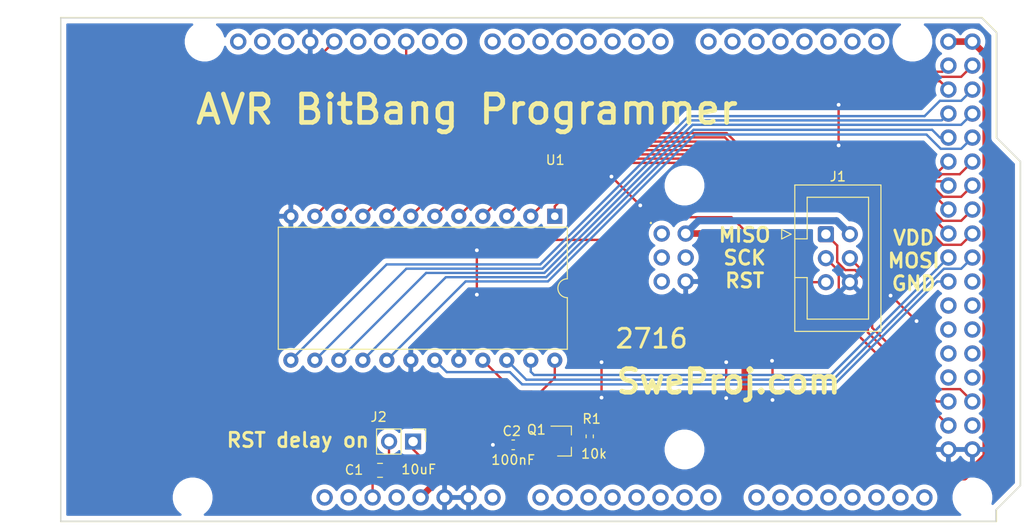
<source format=kicad_pcb>
(kicad_pcb (version 20171130) (host pcbnew 5.99.0+really5.1.10+dfsg1-1)

  (general
    (thickness 1.6)
    (drawings 15)
    (tracks 204)
    (zones 0)
    (modules 8)
    (nets 86)
  )

  (page A4)
  (title_block
    (title "AVR BitBang Programmer")
    (date 2021-11-19)
    (company SweProj.com)
  )

  (layers
    (0 F.Cu signal)
    (31 B.Cu signal)
    (32 B.Adhes user)
    (33 F.Adhes user)
    (34 B.Paste user)
    (35 F.Paste user)
    (36 B.SilkS user)
    (37 F.SilkS user)
    (38 B.Mask user)
    (39 F.Mask user)
    (40 Dwgs.User user)
    (41 Cmts.User user)
    (42 Eco1.User user)
    (43 Eco2.User user)
    (44 Edge.Cuts user)
    (45 Margin user)
    (46 B.CrtYd user)
    (47 F.CrtYd user)
    (48 B.Fab user)
    (49 F.Fab user)
  )

  (setup
    (last_trace_width 0.25)
    (trace_clearance 0.2)
    (zone_clearance 0.508)
    (zone_45_only no)
    (trace_min 0.2)
    (via_size 0.8)
    (via_drill 0.4)
    (via_min_size 0.4)
    (via_min_drill 0.3)
    (uvia_size 0.3)
    (uvia_drill 0.1)
    (uvias_allowed no)
    (uvia_min_size 0.2)
    (uvia_min_drill 0.1)
    (edge_width 0.05)
    (segment_width 0.2)
    (pcb_text_width 0.3)
    (pcb_text_size 1.5 1.5)
    (mod_edge_width 0.12)
    (mod_text_size 1 1)
    (mod_text_width 0.15)
    (pad_size 1.524 1.524)
    (pad_drill 0.762)
    (pad_to_mask_clearance 0)
    (aux_axis_origin 0 0)
    (visible_elements FFFFFF7F)
    (pcbplotparams
      (layerselection 0x010fc_ffffffff)
      (usegerberextensions false)
      (usegerberattributes true)
      (usegerberadvancedattributes true)
      (creategerberjobfile true)
      (excludeedgelayer true)
      (linewidth 0.100000)
      (plotframeref false)
      (viasonmask false)
      (mode 1)
      (useauxorigin false)
      (hpglpennumber 1)
      (hpglpenspeed 20)
      (hpglpendiameter 15.000000)
      (psnegative false)
      (psa4output false)
      (plotreference true)
      (plotvalue true)
      (plotinvisibletext false)
      (padsonsilk false)
      (subtractmaskfromsilk false)
      (outputformat 1)
      (mirror false)
      (drillshape 0)
      (scaleselection 1)
      (outputdirectory "gerber/"))
  )

  (net 0 "")
  (net 1 "Net-(XA1-PadMISO)")
  (net 2 "Net-(XA1-PadD53)")
  (net 3 "Net-(XA1-PadD49)")
  (net 4 "Net-(XA1-PadD48)")
  (net 5 "Net-(XA1-PadD47)")
  (net 6 "Net-(XA1-PadD46)")
  (net 7 "Net-(XA1-PadD45)")
  (net 8 "Net-(XA1-PadD44)")
  (net 9 "Net-(XA1-PadD43)")
  (net 10 "Net-(XA1-PadD42)")
  (net 11 "Net-(XA1-PadD41)")
  (net 12 "Net-(XA1-PadA15)")
  (net 13 "Net-(XA1-PadA14)")
  (net 14 "Net-(XA1-PadA13)")
  (net 15 "Net-(XA1-PadA12)")
  (net 16 "Net-(XA1-PadA11)")
  (net 17 "Net-(XA1-PadA10)")
  (net 18 "Net-(XA1-PadA9)")
  (net 19 "Net-(XA1-PadA8)")
  (net 20 "Net-(XA1-PadA7)")
  (net 21 "Net-(XA1-PadA6)")
  (net 22 "Net-(XA1-PadA5)")
  (net 23 "Net-(XA1-PadA4)")
  (net 24 "Net-(XA1-PadA3)")
  (net 25 "Net-(XA1-PadA2)")
  (net 26 "Net-(XA1-PadA1)")
  (net 27 "Net-(XA1-PadD11)")
  (net 28 "Net-(XA1-PadD12)")
  (net 29 "Net-(XA1-PadAREF)")
  (net 30 "Net-(XA1-PadSDA)")
  (net 31 "Net-(XA1-PadSCL)")
  (net 32 "Net-(XA1-PadD9)")
  (net 33 "Net-(XA1-PadD8)")
  (net 34 "Net-(XA1-PadD7)")
  (net 35 "Net-(XA1-PadD6)")
  (net 36 "Net-(XA1-PadD5)")
  (net 37 "Net-(XA1-PadD4)")
  (net 38 "Net-(XA1-PadD3)")
  (net 39 "Net-(XA1-PadD2)")
  (net 40 "Net-(XA1-PadD1)")
  (net 41 "Net-(XA1-PadD0)")
  (net 42 "Net-(XA1-PadD14)")
  (net 43 "Net-(XA1-PadD15)")
  (net 44 "Net-(XA1-PadD16)")
  (net 45 "Net-(XA1-PadD17)")
  (net 46 "Net-(XA1-PadD18)")
  (net 47 "Net-(XA1-PadD19)")
  (net 48 "Net-(XA1-PadD20)")
  (net 49 "Net-(XA1-PadD21)")
  (net 50 "Net-(XA1-PadIORF)")
  (net 51 "Net-(XA1-Pad3V3)")
  (net 52 "Net-(XA1-PadVIN)")
  (net 53 "Net-(XA1-PadA0)")
  (net 54 "Net-(XA1-PadSCK)")
  (net 55 "Net-(XA1-PadMOSI)")
  (net 56 "Net-(XA1-PadRST2)")
  (net 57 "Net-(C1-Pad2)")
  (net 58 +5V)
  (net 59 GND)
  (net 60 /MOSI)
  (net 61 /RST)
  (net 62 /SCK)
  (net 63 /MISO)
  (net 64 "Net-(U1-Pad23)")
  (net 65 /D2)
  (net 66 "Net-(U1-Pad22)")
  (net 67 /D1)
  (net 68 /D0)
  (net 69 "Net-(U1-Pad8)")
  (net 70 "Net-(U1-Pad19)")
  (net 71 "Net-(U1-Pad7)")
  (net 72 "Net-(U1-Pad6)")
  (net 73 /D7)
  (net 74 "Net-(U1-Pad5)")
  (net 75 /D6)
  (net 76 "Net-(U1-Pad4)")
  (net 77 /D5)
  (net 78 "Net-(U1-Pad3)")
  (net 79 /D4)
  (net 80 "Net-(U1-Pad2)")
  (net 81 /D3)
  (net 82 "Net-(U1-Pad1)")
  (net 83 /PWR_EPROM)
  (net 84 /SW_EPROM)
  (net 85 "Net-(C1-Pad1)")

  (net_class Default "This is the default net class."
    (clearance 0.2)
    (trace_width 0.25)
    (via_dia 0.8)
    (via_drill 0.4)
    (uvia_dia 0.3)
    (uvia_drill 0.1)
    (add_net +5V)
    (add_net /D0)
    (add_net /D1)
    (add_net /D2)
    (add_net /D3)
    (add_net /D4)
    (add_net /D5)
    (add_net /D6)
    (add_net /D7)
    (add_net /MISO)
    (add_net /MOSI)
    (add_net /PWR_EPROM)
    (add_net /RST)
    (add_net /SCK)
    (add_net /SW_EPROM)
    (add_net GND)
    (add_net "Net-(C1-Pad1)")
    (add_net "Net-(C1-Pad2)")
    (add_net "Net-(U1-Pad1)")
    (add_net "Net-(U1-Pad19)")
    (add_net "Net-(U1-Pad2)")
    (add_net "Net-(U1-Pad22)")
    (add_net "Net-(U1-Pad23)")
    (add_net "Net-(U1-Pad3)")
    (add_net "Net-(U1-Pad4)")
    (add_net "Net-(U1-Pad5)")
    (add_net "Net-(U1-Pad6)")
    (add_net "Net-(U1-Pad7)")
    (add_net "Net-(U1-Pad8)")
    (add_net "Net-(XA1-Pad3V3)")
    (add_net "Net-(XA1-PadA0)")
    (add_net "Net-(XA1-PadA1)")
    (add_net "Net-(XA1-PadA10)")
    (add_net "Net-(XA1-PadA11)")
    (add_net "Net-(XA1-PadA12)")
    (add_net "Net-(XA1-PadA13)")
    (add_net "Net-(XA1-PadA14)")
    (add_net "Net-(XA1-PadA15)")
    (add_net "Net-(XA1-PadA2)")
    (add_net "Net-(XA1-PadA3)")
    (add_net "Net-(XA1-PadA4)")
    (add_net "Net-(XA1-PadA5)")
    (add_net "Net-(XA1-PadA6)")
    (add_net "Net-(XA1-PadA7)")
    (add_net "Net-(XA1-PadA8)")
    (add_net "Net-(XA1-PadA9)")
    (add_net "Net-(XA1-PadAREF)")
    (add_net "Net-(XA1-PadD0)")
    (add_net "Net-(XA1-PadD1)")
    (add_net "Net-(XA1-PadD11)")
    (add_net "Net-(XA1-PadD12)")
    (add_net "Net-(XA1-PadD14)")
    (add_net "Net-(XA1-PadD15)")
    (add_net "Net-(XA1-PadD16)")
    (add_net "Net-(XA1-PadD17)")
    (add_net "Net-(XA1-PadD18)")
    (add_net "Net-(XA1-PadD19)")
    (add_net "Net-(XA1-PadD2)")
    (add_net "Net-(XA1-PadD20)")
    (add_net "Net-(XA1-PadD21)")
    (add_net "Net-(XA1-PadD3)")
    (add_net "Net-(XA1-PadD4)")
    (add_net "Net-(XA1-PadD41)")
    (add_net "Net-(XA1-PadD42)")
    (add_net "Net-(XA1-PadD43)")
    (add_net "Net-(XA1-PadD44)")
    (add_net "Net-(XA1-PadD45)")
    (add_net "Net-(XA1-PadD46)")
    (add_net "Net-(XA1-PadD47)")
    (add_net "Net-(XA1-PadD48)")
    (add_net "Net-(XA1-PadD49)")
    (add_net "Net-(XA1-PadD5)")
    (add_net "Net-(XA1-PadD53)")
    (add_net "Net-(XA1-PadD6)")
    (add_net "Net-(XA1-PadD7)")
    (add_net "Net-(XA1-PadD8)")
    (add_net "Net-(XA1-PadD9)")
    (add_net "Net-(XA1-PadIORF)")
    (add_net "Net-(XA1-PadMISO)")
    (add_net "Net-(XA1-PadMOSI)")
    (add_net "Net-(XA1-PadRST2)")
    (add_net "Net-(XA1-PadSCK)")
    (add_net "Net-(XA1-PadSCL)")
    (add_net "Net-(XA1-PadSDA)")
    (add_net "Net-(XA1-PadVIN)")
  )

  (module arduinoisp_mega2560:Arduino_Mega2560_Shield (layer F.Cu) (tedit 5A8605D3) (tstamp 616007B4)
    (at 61.393 114.01)
    (descr https://store.arduino.cc/arduino-mega-2560-rev3)
    (path /6163170E)
    (fp_text reference XA1 (at 2.54 -54.356) (layer F.SilkS) hide
      (effects (font (size 1 1) (thickness 0.15)))
    )
    (fp_text value Arduino_Mega2560_Shield (at 15.494 -54.356) (layer F.Fab)
      (effects (font (size 1 1) (thickness 0.15)))
    )
    (fp_line (start 9.525 -32.385) (end -6.35 -32.385) (layer B.CrtYd) (width 0.15))
    (fp_line (start 9.525 -43.815) (end -6.35 -43.815) (layer B.CrtYd) (width 0.15))
    (fp_line (start 9.525 -43.815) (end 9.525 -32.385) (layer B.CrtYd) (width 0.15))
    (fp_line (start -6.35 -43.815) (end -6.35 -32.385) (layer B.CrtYd) (width 0.15))
    (fp_line (start 11.43 -12.065) (end 11.43 -3.175) (layer B.CrtYd) (width 0.15))
    (fp_line (start -1.905 -3.175) (end 11.43 -3.175) (layer B.CrtYd) (width 0.15))
    (fp_line (start -1.905 -12.065) (end -1.905 -3.175) (layer B.CrtYd) (width 0.15))
    (fp_line (start -1.905 -12.065) (end 11.43 -12.065) (layer B.CrtYd) (width 0.15))
    (fp_line (start 0 -53.34) (end 0 0) (layer F.SilkS) (width 0.15))
    (fp_line (start 99.06 -40.64) (end 99.06 -51.816) (layer F.SilkS) (width 0.15))
    (fp_line (start 101.6 -38.1) (end 99.06 -40.64) (layer F.SilkS) (width 0.15))
    (fp_line (start 101.6 -3.81) (end 101.6 -38.1) (layer F.SilkS) (width 0.15))
    (fp_line (start 99.06 -1.27) (end 101.6 -3.81) (layer F.SilkS) (width 0.15))
    (fp_line (start 99.06 0) (end 99.06 -1.27) (layer F.SilkS) (width 0.15))
    (fp_line (start 97.536 -53.34) (end 99.06 -51.816) (layer F.SilkS) (width 0.15))
    (fp_line (start 0 0) (end 99.06 0) (layer F.SilkS) (width 0.15))
    (fp_line (start 0 -53.34) (end 97.536 -53.34) (layer F.SilkS) (width 0.15))
    (fp_text user . (at 62.484 -32.004) (layer F.SilkS)
      (effects (font (size 1 1) (thickness 0.15)))
    )
    (pad MISO thru_hole oval (at 63.627 -30.48) (size 1.7272 1.7272) (drill 1.016) (layers *.Cu *.Mask)
      (net 1 "Net-(XA1-PadMISO)"))
    (pad GND6 thru_hole oval (at 96.52 -7.62) (size 1.7272 1.7272) (drill 1.016) (layers *.Cu *.Mask)
      (net 59 GND))
    (pad GND5 thru_hole oval (at 93.98 -7.62) (size 1.7272 1.7272) (drill 1.016) (layers *.Cu *.Mask)
      (net 59 GND))
    (pad D53 thru_hole oval (at 96.52 -10.16) (size 1.7272 1.7272) (drill 1.016) (layers *.Cu *.Mask)
      (net 2 "Net-(XA1-PadD53)"))
    (pad D52 thru_hole oval (at 93.98 -10.16) (size 1.7272 1.7272) (drill 1.016) (layers *.Cu *.Mask)
      (net 62 /SCK))
    (pad D51 thru_hole oval (at 96.52 -12.7) (size 1.7272 1.7272) (drill 1.016) (layers *.Cu *.Mask)
      (net 60 /MOSI))
    (pad D50 thru_hole oval (at 93.98 -12.7) (size 1.7272 1.7272) (drill 1.016) (layers *.Cu *.Mask)
      (net 63 /MISO))
    (pad D49 thru_hole oval (at 96.52 -15.24) (size 1.7272 1.7272) (drill 1.016) (layers *.Cu *.Mask)
      (net 3 "Net-(XA1-PadD49)"))
    (pad D48 thru_hole oval (at 93.98 -15.24) (size 1.7272 1.7272) (drill 1.016) (layers *.Cu *.Mask)
      (net 4 "Net-(XA1-PadD48)"))
    (pad D47 thru_hole oval (at 96.52 -17.78) (size 1.7272 1.7272) (drill 1.016) (layers *.Cu *.Mask)
      (net 5 "Net-(XA1-PadD47)"))
    (pad D46 thru_hole oval (at 93.98 -17.78) (size 1.7272 1.7272) (drill 1.016) (layers *.Cu *.Mask)
      (net 6 "Net-(XA1-PadD46)"))
    (pad D45 thru_hole oval (at 96.52 -20.32) (size 1.7272 1.7272) (drill 1.016) (layers *.Cu *.Mask)
      (net 7 "Net-(XA1-PadD45)"))
    (pad D44 thru_hole oval (at 93.98 -20.32) (size 1.7272 1.7272) (drill 1.016) (layers *.Cu *.Mask)
      (net 8 "Net-(XA1-PadD44)"))
    (pad D43 thru_hole oval (at 96.52 -22.86) (size 1.7272 1.7272) (drill 1.016) (layers *.Cu *.Mask)
      (net 9 "Net-(XA1-PadD43)"))
    (pad D42 thru_hole oval (at 93.98 -22.86) (size 1.7272 1.7272) (drill 1.016) (layers *.Cu *.Mask)
      (net 10 "Net-(XA1-PadD42)"))
    (pad D41 thru_hole oval (at 96.52 -25.4) (size 1.7272 1.7272) (drill 1.016) (layers *.Cu *.Mask)
      (net 11 "Net-(XA1-PadD41)"))
    (pad D40 thru_hole oval (at 93.98 -25.4) (size 1.7272 1.7272) (drill 1.016) (layers *.Cu *.Mask)
      (net 70 "Net-(U1-Pad19)"))
    (pad D39 thru_hole oval (at 96.52 -27.94) (size 1.7272 1.7272) (drill 1.016) (layers *.Cu *.Mask)
      (net 66 "Net-(U1-Pad22)"))
    (pad D38 thru_hole oval (at 93.98 -27.94) (size 1.7272 1.7272) (drill 1.016) (layers *.Cu *.Mask)
      (net 64 "Net-(U1-Pad23)"))
    (pad D37 thru_hole oval (at 96.52 -30.48) (size 1.7272 1.7272) (drill 1.016) (layers *.Cu *.Mask)
      (net 82 "Net-(U1-Pad1)"))
    (pad D36 thru_hole oval (at 93.98 -30.48) (size 1.7272 1.7272) (drill 1.016) (layers *.Cu *.Mask)
      (net 80 "Net-(U1-Pad2)"))
    (pad D35 thru_hole oval (at 96.52 -33.02) (size 1.7272 1.7272) (drill 1.016) (layers *.Cu *.Mask)
      (net 78 "Net-(U1-Pad3)"))
    (pad D34 thru_hole oval (at 93.98 -33.02) (size 1.7272 1.7272) (drill 1.016) (layers *.Cu *.Mask)
      (net 76 "Net-(U1-Pad4)"))
    (pad D33 thru_hole oval (at 96.52 -35.56) (size 1.7272 1.7272) (drill 1.016) (layers *.Cu *.Mask)
      (net 74 "Net-(U1-Pad5)"))
    (pad D32 thru_hole oval (at 93.98 -35.56) (size 1.7272 1.7272) (drill 1.016) (layers *.Cu *.Mask)
      (net 72 "Net-(U1-Pad6)"))
    (pad D31 thru_hole oval (at 96.52 -38.1) (size 1.7272 1.7272) (drill 1.016) (layers *.Cu *.Mask)
      (net 71 "Net-(U1-Pad7)"))
    (pad D30 thru_hole oval (at 93.98 -38.1) (size 1.7272 1.7272) (drill 1.016) (layers *.Cu *.Mask)
      (net 69 "Net-(U1-Pad8)"))
    (pad D29 thru_hole oval (at 96.52 -40.64) (size 1.7272 1.7272) (drill 1.016) (layers *.Cu *.Mask)
      (net 73 /D7))
    (pad D28 thru_hole oval (at 93.98 -40.64) (size 1.7272 1.7272) (drill 1.016) (layers *.Cu *.Mask)
      (net 75 /D6))
    (pad D27 thru_hole oval (at 96.52 -43.18) (size 1.7272 1.7272) (drill 1.016) (layers *.Cu *.Mask)
      (net 77 /D5))
    (pad D26 thru_hole oval (at 93.98 -43.18) (size 1.7272 1.7272) (drill 1.016) (layers *.Cu *.Mask)
      (net 79 /D4))
    (pad D25 thru_hole oval (at 96.52 -45.72) (size 1.7272 1.7272) (drill 1.016) (layers *.Cu *.Mask)
      (net 81 /D3))
    (pad D24 thru_hole oval (at 93.98 -45.72) (size 1.7272 1.7272) (drill 1.016) (layers *.Cu *.Mask)
      (net 68 /D0))
    (pad D23 thru_hole oval (at 96.52 -48.26) (size 1.7272 1.7272) (drill 1.016) (layers *.Cu *.Mask)
      (net 67 /D1))
    (pad D22 thru_hole oval (at 93.98 -48.26) (size 1.7272 1.7272) (drill 1.016) (layers *.Cu *.Mask)
      (net 65 /D2))
    (pad 5V4 thru_hole oval (at 96.52 -50.8) (size 1.7272 1.7272) (drill 1.016) (layers *.Cu *.Mask)
      (net 58 +5V))
    (pad 5V3 thru_hole oval (at 93.98 -50.8) (size 1.7272 1.7272) (drill 1.016) (layers *.Cu *.Mask)
      (net 58 +5V))
    (pad A15 thru_hole oval (at 91.44 -2.54) (size 1.7272 1.7272) (drill 1.016) (layers *.Cu *.Mask)
      (net 12 "Net-(XA1-PadA15)"))
    (pad A14 thru_hole oval (at 88.9 -2.54) (size 1.7272 1.7272) (drill 1.016) (layers *.Cu *.Mask)
      (net 13 "Net-(XA1-PadA14)"))
    (pad A13 thru_hole oval (at 86.36 -2.54) (size 1.7272 1.7272) (drill 1.016) (layers *.Cu *.Mask)
      (net 14 "Net-(XA1-PadA13)"))
    (pad A12 thru_hole oval (at 83.82 -2.54) (size 1.7272 1.7272) (drill 1.016) (layers *.Cu *.Mask)
      (net 15 "Net-(XA1-PadA12)"))
    (pad A11 thru_hole oval (at 81.28 -2.54) (size 1.7272 1.7272) (drill 1.016) (layers *.Cu *.Mask)
      (net 16 "Net-(XA1-PadA11)"))
    (pad A10 thru_hole oval (at 78.74 -2.54) (size 1.7272 1.7272) (drill 1.016) (layers *.Cu *.Mask)
      (net 17 "Net-(XA1-PadA10)"))
    (pad A9 thru_hole oval (at 76.2 -2.54) (size 1.7272 1.7272) (drill 1.016) (layers *.Cu *.Mask)
      (net 18 "Net-(XA1-PadA9)"))
    (pad A8 thru_hole oval (at 73.66 -2.54) (size 1.7272 1.7272) (drill 1.016) (layers *.Cu *.Mask)
      (net 19 "Net-(XA1-PadA8)"))
    (pad A7 thru_hole oval (at 68.58 -2.54) (size 1.7272 1.7272) (drill 1.016) (layers *.Cu *.Mask)
      (net 20 "Net-(XA1-PadA7)"))
    (pad A6 thru_hole oval (at 66.04 -2.54) (size 1.7272 1.7272) (drill 1.016) (layers *.Cu *.Mask)
      (net 21 "Net-(XA1-PadA6)"))
    (pad A5 thru_hole oval (at 63.5 -2.54) (size 1.7272 1.7272) (drill 1.016) (layers *.Cu *.Mask)
      (net 22 "Net-(XA1-PadA5)"))
    (pad A4 thru_hole oval (at 60.96 -2.54) (size 1.7272 1.7272) (drill 1.016) (layers *.Cu *.Mask)
      (net 23 "Net-(XA1-PadA4)"))
    (pad A3 thru_hole oval (at 58.42 -2.54) (size 1.7272 1.7272) (drill 1.016) (layers *.Cu *.Mask)
      (net 24 "Net-(XA1-PadA3)"))
    (pad A2 thru_hole oval (at 55.88 -2.54) (size 1.7272 1.7272) (drill 1.016) (layers *.Cu *.Mask)
      (net 25 "Net-(XA1-PadA2)"))
    (pad A1 thru_hole oval (at 53.34 -2.54) (size 1.7272 1.7272) (drill 1.016) (layers *.Cu *.Mask)
      (net 26 "Net-(XA1-PadA1)"))
    (pad "" thru_hole oval (at 27.94 -2.54) (size 1.7272 1.7272) (drill 1.016) (layers *.Cu *.Mask))
    (pad D11 thru_hole oval (at 34.036 -50.8) (size 1.7272 1.7272) (drill 1.016) (layers *.Cu *.Mask)
      (net 27 "Net-(XA1-PadD11)"))
    (pad D12 thru_hole oval (at 31.496 -50.8) (size 1.7272 1.7272) (drill 1.016) (layers *.Cu *.Mask)
      (net 28 "Net-(XA1-PadD12)"))
    (pad D13 thru_hole oval (at 28.956 -50.8) (size 1.7272 1.7272) (drill 1.016) (layers *.Cu *.Mask)
      (net 84 /SW_EPROM))
    (pad AREF thru_hole oval (at 23.876 -50.8) (size 1.7272 1.7272) (drill 1.016) (layers *.Cu *.Mask)
      (net 29 "Net-(XA1-PadAREF)"))
    (pad SDA thru_hole oval (at 21.336 -50.8) (size 1.7272 1.7272) (drill 1.016) (layers *.Cu *.Mask)
      (net 30 "Net-(XA1-PadSDA)"))
    (pad SCL thru_hole oval (at 18.796 -50.8) (size 1.7272 1.7272) (drill 1.016) (layers *.Cu *.Mask)
      (net 31 "Net-(XA1-PadSCL)"))
    (pad "" np_thru_hole circle (at 13.97 -2.54) (size 3.2 3.2) (drill 3.2) (layers *.Cu *.Mask))
    (pad "" np_thru_hole circle (at 96.52 -2.54) (size 3.2 3.2) (drill 3.2) (layers *.Cu *.Mask))
    (pad "" np_thru_hole circle (at 15.24 -50.8) (size 3.2 3.2) (drill 3.2) (layers *.Cu *.Mask))
    (pad "" np_thru_hole circle (at 90.17 -50.8) (size 3.2 3.2) (drill 3.2) (layers *.Cu *.Mask))
    (pad "" np_thru_hole circle (at 66.04 -35.56) (size 3.2 3.2) (drill 3.2) (layers *.Cu *.Mask))
    (pad "" np_thru_hole circle (at 66.04 -7.62) (size 3.2 3.2) (drill 3.2) (layers *.Cu *.Mask))
    (pad D10 thru_hole oval (at 36.576 -50.8) (size 1.7272 1.7272) (drill 1.016) (layers *.Cu *.Mask)
      (net 61 /RST))
    (pad D9 thru_hole oval (at 39.116 -50.8) (size 1.7272 1.7272) (drill 1.016) (layers *.Cu *.Mask)
      (net 32 "Net-(XA1-PadD9)"))
    (pad D8 thru_hole oval (at 41.656 -50.8) (size 1.7272 1.7272) (drill 1.016) (layers *.Cu *.Mask)
      (net 33 "Net-(XA1-PadD8)"))
    (pad GND1 thru_hole oval (at 26.416 -50.8) (size 1.7272 1.7272) (drill 1.016) (layers *.Cu *.Mask)
      (net 59 GND))
    (pad D7 thru_hole oval (at 45.72 -50.8) (size 1.7272 1.7272) (drill 1.016) (layers *.Cu *.Mask)
      (net 34 "Net-(XA1-PadD7)"))
    (pad D6 thru_hole oval (at 48.26 -50.8) (size 1.7272 1.7272) (drill 1.016) (layers *.Cu *.Mask)
      (net 35 "Net-(XA1-PadD6)"))
    (pad D5 thru_hole oval (at 50.8 -50.8) (size 1.7272 1.7272) (drill 1.016) (layers *.Cu *.Mask)
      (net 36 "Net-(XA1-PadD5)"))
    (pad D4 thru_hole oval (at 53.34 -50.8) (size 1.7272 1.7272) (drill 1.016) (layers *.Cu *.Mask)
      (net 37 "Net-(XA1-PadD4)"))
    (pad D3 thru_hole oval (at 55.88 -50.8) (size 1.7272 1.7272) (drill 1.016) (layers *.Cu *.Mask)
      (net 38 "Net-(XA1-PadD3)"))
    (pad D2 thru_hole oval (at 58.42 -50.8) (size 1.7272 1.7272) (drill 1.016) (layers *.Cu *.Mask)
      (net 39 "Net-(XA1-PadD2)"))
    (pad D1 thru_hole oval (at 60.96 -50.8) (size 1.7272 1.7272) (drill 1.016) (layers *.Cu *.Mask)
      (net 40 "Net-(XA1-PadD1)"))
    (pad D0 thru_hole oval (at 63.5 -50.8) (size 1.7272 1.7272) (drill 1.016) (layers *.Cu *.Mask)
      (net 41 "Net-(XA1-PadD0)"))
    (pad D14 thru_hole oval (at 68.58 -50.8) (size 1.7272 1.7272) (drill 1.016) (layers *.Cu *.Mask)
      (net 42 "Net-(XA1-PadD14)"))
    (pad D15 thru_hole oval (at 71.12 -50.8) (size 1.7272 1.7272) (drill 1.016) (layers *.Cu *.Mask)
      (net 43 "Net-(XA1-PadD15)"))
    (pad D16 thru_hole oval (at 73.66 -50.8) (size 1.7272 1.7272) (drill 1.016) (layers *.Cu *.Mask)
      (net 44 "Net-(XA1-PadD16)"))
    (pad D17 thru_hole oval (at 76.2 -50.8) (size 1.7272 1.7272) (drill 1.016) (layers *.Cu *.Mask)
      (net 45 "Net-(XA1-PadD17)"))
    (pad D18 thru_hole oval (at 78.74 -50.8) (size 1.7272 1.7272) (drill 1.016) (layers *.Cu *.Mask)
      (net 46 "Net-(XA1-PadD18)"))
    (pad D19 thru_hole oval (at 81.28 -50.8) (size 1.7272 1.7272) (drill 1.016) (layers *.Cu *.Mask)
      (net 47 "Net-(XA1-PadD19)"))
    (pad D20 thru_hole oval (at 83.82 -50.8) (size 1.7272 1.7272) (drill 1.016) (layers *.Cu *.Mask)
      (net 48 "Net-(XA1-PadD20)"))
    (pad D21 thru_hole oval (at 86.36 -50.8) (size 1.7272 1.7272) (drill 1.016) (layers *.Cu *.Mask)
      (net 49 "Net-(XA1-PadD21)"))
    (pad IORF thru_hole oval (at 30.48 -2.54) (size 1.7272 1.7272) (drill 1.016) (layers *.Cu *.Mask)
      (net 50 "Net-(XA1-PadIORF)"))
    (pad RST1 thru_hole oval (at 33.02 -2.54) (size 1.7272 1.7272) (drill 1.016) (layers *.Cu *.Mask)
      (net 57 "Net-(C1-Pad2)"))
    (pad 3V3 thru_hole oval (at 35.56 -2.54) (size 1.7272 1.7272) (drill 1.016) (layers *.Cu *.Mask)
      (net 51 "Net-(XA1-Pad3V3)"))
    (pad 5V1 thru_hole oval (at 38.1 -2.54) (size 1.7272 1.7272) (drill 1.016) (layers *.Cu *.Mask)
      (net 58 +5V))
    (pad GND2 thru_hole oval (at 40.64 -2.54) (size 1.7272 1.7272) (drill 1.016) (layers *.Cu *.Mask)
      (net 59 GND))
    (pad GND3 thru_hole oval (at 43.18 -2.54) (size 1.7272 1.7272) (drill 1.016) (layers *.Cu *.Mask)
      (net 59 GND))
    (pad VIN thru_hole oval (at 45.72 -2.54) (size 1.7272 1.7272) (drill 1.016) (layers *.Cu *.Mask)
      (net 52 "Net-(XA1-PadVIN)"))
    (pad A0 thru_hole oval (at 50.8 -2.54) (size 1.7272 1.7272) (drill 1.016) (layers *.Cu *.Mask)
      (net 53 "Net-(XA1-PadA0)"))
    (pad 5V2 thru_hole oval (at 66.167 -30.48) (size 1.7272 1.7272) (drill 1.016) (layers *.Cu *.Mask)
      (net 58 +5V))
    (pad SCK thru_hole oval (at 63.627 -27.94) (size 1.7272 1.7272) (drill 1.016) (layers *.Cu *.Mask)
      (net 54 "Net-(XA1-PadSCK)"))
    (pad MOSI thru_hole oval (at 66.167 -27.94) (size 1.7272 1.7272) (drill 1.016) (layers *.Cu *.Mask)
      (net 55 "Net-(XA1-PadMOSI)"))
    (pad GND4 thru_hole oval (at 66.167 -25.4) (size 1.7272 1.7272) (drill 1.016) (layers *.Cu *.Mask)
      (net 59 GND))
    (pad RST2 thru_hole oval (at 63.627 -25.4) (size 1.7272 1.7272) (drill 1.016) (layers *.Cu *.Mask)
      (net 56 "Net-(XA1-PadRST2)"))
  )

  (module Connector_PinHeader_2.54mm:PinHeader_1x02_P2.54mm_Vertical (layer F.Cu) (tedit 59FED5CC) (tstamp 619745BD)
    (at 98.7 105.55 270)
    (descr "Through hole straight pin header, 1x02, 2.54mm pitch, single row")
    (tags "Through hole pin header THT 1x02 2.54mm single row")
    (path /619A0B98)
    (fp_text reference J2 (at -2.6 3.65 180) (layer F.SilkS)
      (effects (font (size 1 1) (thickness 0.15)))
    )
    (fp_text value Conn_01x02_Male (at 0 4.87 90) (layer F.Fab)
      (effects (font (size 1 1) (thickness 0.15)))
    )
    (fp_line (start 1.8 -1.8) (end -1.8 -1.8) (layer F.CrtYd) (width 0.05))
    (fp_line (start 1.8 4.35) (end 1.8 -1.8) (layer F.CrtYd) (width 0.05))
    (fp_line (start -1.8 4.35) (end 1.8 4.35) (layer F.CrtYd) (width 0.05))
    (fp_line (start -1.8 -1.8) (end -1.8 4.35) (layer F.CrtYd) (width 0.05))
    (fp_line (start -1.33 -1.33) (end 0 -1.33) (layer F.SilkS) (width 0.12))
    (fp_line (start -1.33 0) (end -1.33 -1.33) (layer F.SilkS) (width 0.12))
    (fp_line (start -1.33 1.27) (end 1.33 1.27) (layer F.SilkS) (width 0.12))
    (fp_line (start 1.33 1.27) (end 1.33 3.87) (layer F.SilkS) (width 0.12))
    (fp_line (start -1.33 1.27) (end -1.33 3.87) (layer F.SilkS) (width 0.12))
    (fp_line (start -1.33 3.87) (end 1.33 3.87) (layer F.SilkS) (width 0.12))
    (fp_line (start -1.27 -0.635) (end -0.635 -1.27) (layer F.Fab) (width 0.1))
    (fp_line (start -1.27 3.81) (end -1.27 -0.635) (layer F.Fab) (width 0.1))
    (fp_line (start 1.27 3.81) (end -1.27 3.81) (layer F.Fab) (width 0.1))
    (fp_line (start 1.27 -1.27) (end 1.27 3.81) (layer F.Fab) (width 0.1))
    (fp_line (start -0.635 -1.27) (end 1.27 -1.27) (layer F.Fab) (width 0.1))
    (fp_text user %R (at 0 1.27) (layer F.Fab)
      (effects (font (size 1 1) (thickness 0.15)))
    )
    (pad 2 thru_hole oval (at 0 2.54 270) (size 1.7 1.7) (drill 1) (layers *.Cu *.Mask)
      (net 85 "Net-(C1-Pad1)"))
    (pad 1 thru_hole rect (at 0 0 270) (size 1.7 1.7) (drill 1) (layers *.Cu *.Mask)
      (net 58 +5V))
    (model ${KISYS3DMOD}/Connector_PinHeader_2.54mm.3dshapes/PinHeader_1x02_P2.54mm_Vertical.wrl
      (at (xyz 0 0 0))
      (scale (xyz 1 1 1))
      (rotate (xyz 0 0 0))
    )
  )

  (module Capacitor_SMD:C_0805_2012Metric (layer F.Cu) (tedit 5F68FEEE) (tstamp 616019CE)
    (at 95.2 108.6 180)
    (descr "Capacitor SMD 0805 (2012 Metric), square (rectangular) end terminal, IPC_7351 nominal, (Body size source: IPC-SM-782 page 76, https://www.pcb-3d.com/wordpress/wp-content/uploads/ipc-sm-782a_amendment_1_and_2.pdf, https://docs.google.com/spreadsheets/d/1BsfQQcO9C6DZCsRaXUlFlo91Tg2WpOkGARC1WS5S8t0/edit?usp=sharing), generated with kicad-footprint-generator")
    (tags capacitor)
    (path /61642D05)
    (attr smd)
    (fp_text reference C1 (at 2.75 0.05) (layer F.SilkS)
      (effects (font (size 1 1) (thickness 0.15)))
    )
    (fp_text value 10uF (at -4.1 0.1) (layer F.SilkS)
      (effects (font (size 1 1) (thickness 0.15)))
    )
    (fp_line (start 1.7 0.98) (end -1.7 0.98) (layer F.CrtYd) (width 0.05))
    (fp_line (start 1.7 -0.98) (end 1.7 0.98) (layer F.CrtYd) (width 0.05))
    (fp_line (start -1.7 -0.98) (end 1.7 -0.98) (layer F.CrtYd) (width 0.05))
    (fp_line (start -1.7 0.98) (end -1.7 -0.98) (layer F.CrtYd) (width 0.05))
    (fp_line (start -0.261252 0.735) (end 0.261252 0.735) (layer F.SilkS) (width 0.12))
    (fp_line (start -0.261252 -0.735) (end 0.261252 -0.735) (layer F.SilkS) (width 0.12))
    (fp_line (start 1 0.625) (end -1 0.625) (layer F.Fab) (width 0.1))
    (fp_line (start 1 -0.625) (end 1 0.625) (layer F.Fab) (width 0.1))
    (fp_line (start -1 -0.625) (end 1 -0.625) (layer F.Fab) (width 0.1))
    (fp_line (start -1 0.625) (end -1 -0.625) (layer F.Fab) (width 0.1))
    (fp_text user %R (at 0 0) (layer F.Fab)
      (effects (font (size 0.5 0.5) (thickness 0.08)))
    )
    (pad 2 smd roundrect (at 0.95 0 180) (size 1 1.45) (layers F.Cu F.Paste F.Mask) (roundrect_rratio 0.25)
      (net 57 "Net-(C1-Pad2)"))
    (pad 1 smd roundrect (at -0.95 0 180) (size 1 1.45) (layers F.Cu F.Paste F.Mask) (roundrect_rratio 0.25)
      (net 85 "Net-(C1-Pad1)"))
    (model ${KISYS3DMOD}/Capacitor_SMD.3dshapes/C_0805_2012Metric.wrl
      (at (xyz 0 0 0))
      (scale (xyz 1 1 1))
      (rotate (xyz 0 0 0))
    )
  )

  (module Capacitor_SMD:C_0603_1608Metric (layer F.Cu) (tedit 5F68FEEE) (tstamp 6173BE62)
    (at 109.3 105.9 180)
    (descr "Capacitor SMD 0603 (1608 Metric), square (rectangular) end terminal, IPC_7351 nominal, (Body size source: IPC-SM-782 page 76, https://www.pcb-3d.com/wordpress/wp-content/uploads/ipc-sm-782a_amendment_1_and_2.pdf), generated with kicad-footprint-generator")
    (tags capacitor)
    (path /617FCAF1)
    (attr smd)
    (fp_text reference C2 (at 0.15 1.45) (layer F.SilkS)
      (effects (font (size 1 1) (thickness 0.15)))
    )
    (fp_text value 100nF (at 0 -1.6) (layer F.SilkS)
      (effects (font (size 1 1) (thickness 0.15)))
    )
    (fp_line (start 1.48 0.73) (end -1.48 0.73) (layer F.CrtYd) (width 0.05))
    (fp_line (start 1.48 -0.73) (end 1.48 0.73) (layer F.CrtYd) (width 0.05))
    (fp_line (start -1.48 -0.73) (end 1.48 -0.73) (layer F.CrtYd) (width 0.05))
    (fp_line (start -1.48 0.73) (end -1.48 -0.73) (layer F.CrtYd) (width 0.05))
    (fp_line (start -0.14058 0.51) (end 0.14058 0.51) (layer F.SilkS) (width 0.12))
    (fp_line (start -0.14058 -0.51) (end 0.14058 -0.51) (layer F.SilkS) (width 0.12))
    (fp_line (start 0.8 0.4) (end -0.8 0.4) (layer F.Fab) (width 0.1))
    (fp_line (start 0.8 -0.4) (end 0.8 0.4) (layer F.Fab) (width 0.1))
    (fp_line (start -0.8 -0.4) (end 0.8 -0.4) (layer F.Fab) (width 0.1))
    (fp_line (start -0.8 0.4) (end -0.8 -0.4) (layer F.Fab) (width 0.1))
    (fp_text user %R (at 0 0) (layer F.Fab)
      (effects (font (size 0.4 0.4) (thickness 0.06)))
    )
    (pad 2 smd roundrect (at 0.775 0 180) (size 0.9 0.95) (layers F.Cu F.Paste F.Mask) (roundrect_rratio 0.25)
      (net 59 GND))
    (pad 1 smd roundrect (at -0.775 0 180) (size 0.9 0.95) (layers F.Cu F.Paste F.Mask) (roundrect_rratio 0.25)
      (net 83 /PWR_EPROM))
    (model ${KISYS3DMOD}/Capacitor_SMD.3dshapes/C_0603_1608Metric.wrl
      (at (xyz 0 0 0))
      (scale (xyz 1 1 1))
      (rotate (xyz 0 0 0))
    )
  )

  (module Resistor_SMD:R_0402_1005Metric (layer F.Cu) (tedit 5F68FEEE) (tstamp 6173B6AE)
    (at 117.4 105 90)
    (descr "Resistor SMD 0402 (1005 Metric), square (rectangular) end terminal, IPC_7351 nominal, (Body size source: IPC-SM-782 page 72, https://www.pcb-3d.com/wordpress/wp-content/uploads/ipc-sm-782a_amendment_1_and_2.pdf), generated with kicad-footprint-generator")
    (tags resistor)
    (path /617E0899)
    (attr smd)
    (fp_text reference R1 (at 1.85 0.2 180) (layer F.SilkS)
      (effects (font (size 1 1) (thickness 0.15)))
    )
    (fp_text value 10k (at -1.85 0.45 180) (layer F.SilkS)
      (effects (font (size 1 1) (thickness 0.15)))
    )
    (fp_line (start 0.93 0.47) (end -0.93 0.47) (layer F.CrtYd) (width 0.05))
    (fp_line (start 0.93 -0.47) (end 0.93 0.47) (layer F.CrtYd) (width 0.05))
    (fp_line (start -0.93 -0.47) (end 0.93 -0.47) (layer F.CrtYd) (width 0.05))
    (fp_line (start -0.93 0.47) (end -0.93 -0.47) (layer F.CrtYd) (width 0.05))
    (fp_line (start -0.153641 0.38) (end 0.153641 0.38) (layer F.SilkS) (width 0.12))
    (fp_line (start -0.153641 -0.38) (end 0.153641 -0.38) (layer F.SilkS) (width 0.12))
    (fp_line (start 0.525 0.27) (end -0.525 0.27) (layer F.Fab) (width 0.1))
    (fp_line (start 0.525 -0.27) (end 0.525 0.27) (layer F.Fab) (width 0.1))
    (fp_line (start -0.525 -0.27) (end 0.525 -0.27) (layer F.Fab) (width 0.1))
    (fp_line (start -0.525 0.27) (end -0.525 -0.27) (layer F.Fab) (width 0.1))
    (fp_text user %R (at 0 0 90) (layer F.Fab)
      (effects (font (size 0.26 0.26) (thickness 0.04)))
    )
    (pad 2 smd roundrect (at 0.51 0 90) (size 0.54 0.64) (layers F.Cu F.Paste F.Mask) (roundrect_rratio 0.25)
      (net 84 /SW_EPROM))
    (pad 1 smd roundrect (at -0.51 0 90) (size 0.54 0.64) (layers F.Cu F.Paste F.Mask) (roundrect_rratio 0.25)
      (net 58 +5V))
    (model ${KISYS3DMOD}/Resistor_SMD.3dshapes/R_0402_1005Metric.wrl
      (at (xyz 0 0 0))
      (scale (xyz 1 1 1))
      (rotate (xyz 0 0 0))
    )
  )

  (module Package_TO_SOT_SMD:SOT-23 (layer F.Cu) (tedit 5A02FF57) (tstamp 6173BA31)
    (at 114.7 105.5)
    (descr "SOT-23, Standard")
    (tags SOT-23)
    (path /617D9CCD)
    (attr smd)
    (fp_text reference Q1 (at -2.95 -1.2) (layer F.SilkS)
      (effects (font (size 1 1) (thickness 0.15)))
    )
    (fp_text value AO3401A (at 0 2.5) (layer F.Fab)
      (effects (font (size 1 1) (thickness 0.15)))
    )
    (fp_line (start 0.76 1.58) (end -0.7 1.58) (layer F.SilkS) (width 0.12))
    (fp_line (start 0.76 -1.58) (end -1.4 -1.58) (layer F.SilkS) (width 0.12))
    (fp_line (start -1.7 1.75) (end -1.7 -1.75) (layer F.CrtYd) (width 0.05))
    (fp_line (start 1.7 1.75) (end -1.7 1.75) (layer F.CrtYd) (width 0.05))
    (fp_line (start 1.7 -1.75) (end 1.7 1.75) (layer F.CrtYd) (width 0.05))
    (fp_line (start -1.7 -1.75) (end 1.7 -1.75) (layer F.CrtYd) (width 0.05))
    (fp_line (start 0.76 -1.58) (end 0.76 -0.65) (layer F.SilkS) (width 0.12))
    (fp_line (start 0.76 1.58) (end 0.76 0.65) (layer F.SilkS) (width 0.12))
    (fp_line (start -0.7 1.52) (end 0.7 1.52) (layer F.Fab) (width 0.1))
    (fp_line (start 0.7 -1.52) (end 0.7 1.52) (layer F.Fab) (width 0.1))
    (fp_line (start -0.7 -0.95) (end -0.15 -1.52) (layer F.Fab) (width 0.1))
    (fp_line (start -0.15 -1.52) (end 0.7 -1.52) (layer F.Fab) (width 0.1))
    (fp_line (start -0.7 -0.95) (end -0.7 1.5) (layer F.Fab) (width 0.1))
    (fp_text user %R (at 0 0 90) (layer F.Fab)
      (effects (font (size 0.5 0.5) (thickness 0.075)))
    )
    (pad 3 smd rect (at 1 0) (size 0.9 0.8) (layers F.Cu F.Paste F.Mask)
      (net 58 +5V))
    (pad 2 smd rect (at -1 0.95) (size 0.9 0.8) (layers F.Cu F.Paste F.Mask)
      (net 83 /PWR_EPROM))
    (pad 1 smd rect (at -1 -0.95) (size 0.9 0.8) (layers F.Cu F.Paste F.Mask)
      (net 84 /SW_EPROM))
    (model ${KISYS3DMOD}/Package_TO_SOT_SMD.3dshapes/SOT-23.wrl
      (at (xyz 0 0 0))
      (scale (xyz 1 1 1))
      (rotate (xyz 0 0 0))
    )
  )

  (module Package_DIP:DIP-24_W15.24mm (layer F.Cu) (tedit 5A02E8C5) (tstamp 616BEFE1)
    (at 113.7 81.7 270)
    (descr "24-lead though-hole mounted DIP package, row spacing 15.24 mm (600 mils)")
    (tags "THT DIP DIL PDIP 2.54mm 15.24mm 600mil")
    (path /616BFEEC)
    (fp_text reference U1 (at -5.95 -0.05 180) (layer F.SilkS)
      (effects (font (size 1 1) (thickness 0.15)))
    )
    (fp_text value 2716 (at 7.62 30.27 90) (layer F.Fab)
      (effects (font (size 1 1) (thickness 0.15)))
    )
    (fp_line (start 1.255 -1.27) (end 14.985 -1.27) (layer F.Fab) (width 0.1))
    (fp_line (start 14.985 -1.27) (end 14.985 29.21) (layer F.Fab) (width 0.1))
    (fp_line (start 14.985 29.21) (end 0.255 29.21) (layer F.Fab) (width 0.1))
    (fp_line (start 0.255 29.21) (end 0.255 -0.27) (layer F.Fab) (width 0.1))
    (fp_line (start 0.255 -0.27) (end 1.255 -1.27) (layer F.Fab) (width 0.1))
    (fp_line (start 6.62 -1.33) (end 1.16 -1.33) (layer F.SilkS) (width 0.12))
    (fp_line (start 1.16 -1.33) (end 1.16 29.27) (layer F.SilkS) (width 0.12))
    (fp_line (start 1.16 29.27) (end 14.08 29.27) (layer F.SilkS) (width 0.12))
    (fp_line (start 14.08 29.27) (end 14.08 -1.33) (layer F.SilkS) (width 0.12))
    (fp_line (start 14.08 -1.33) (end 8.62 -1.33) (layer F.SilkS) (width 0.12))
    (fp_line (start -1.05 -1.55) (end -1.05 29.5) (layer F.CrtYd) (width 0.05))
    (fp_line (start -1.05 29.5) (end 16.3 29.5) (layer F.CrtYd) (width 0.05))
    (fp_line (start 16.3 29.5) (end 16.3 -1.55) (layer F.CrtYd) (width 0.05))
    (fp_line (start 16.3 -1.55) (end -1.05 -1.55) (layer F.CrtYd) (width 0.05))
    (fp_text user %R (at 7.62 13.97 90) (layer F.Fab)
      (effects (font (size 1 1) (thickness 0.15)))
    )
    (fp_arc (start 7.62 -1.33) (end 6.62 -1.33) (angle -180) (layer F.SilkS) (width 0.12))
    (pad 24 thru_hole oval (at 15.24 0 270) (size 1.6 1.6) (drill 0.8) (layers *.Cu *.Mask)
      (net 83 /PWR_EPROM))
    (pad 12 thru_hole oval (at 0 27.94 270) (size 1.6 1.6) (drill 0.8) (layers *.Cu *.Mask)
      (net 59 GND))
    (pad 23 thru_hole oval (at 15.24 2.54 270) (size 1.6 1.6) (drill 0.8) (layers *.Cu *.Mask)
      (net 64 "Net-(U1-Pad23)"))
    (pad 11 thru_hole oval (at 0 25.4 270) (size 1.6 1.6) (drill 0.8) (layers *.Cu *.Mask)
      (net 65 /D2))
    (pad 22 thru_hole oval (at 15.24 5.08 270) (size 1.6 1.6) (drill 0.8) (layers *.Cu *.Mask)
      (net 66 "Net-(U1-Pad22)"))
    (pad 10 thru_hole oval (at 0 22.86 270) (size 1.6 1.6) (drill 0.8) (layers *.Cu *.Mask)
      (net 67 /D1))
    (pad 21 thru_hole oval (at 15.24 7.62 270) (size 1.6 1.6) (drill 0.8) (layers *.Cu *.Mask)
      (net 83 /PWR_EPROM))
    (pad 9 thru_hole oval (at 0 20.32 270) (size 1.6 1.6) (drill 0.8) (layers *.Cu *.Mask)
      (net 68 /D0))
    (pad 20 thru_hole oval (at 15.24 10.16 270) (size 1.6 1.6) (drill 0.8) (layers *.Cu *.Mask)
      (net 59 GND))
    (pad 8 thru_hole oval (at 0 17.78 270) (size 1.6 1.6) (drill 0.8) (layers *.Cu *.Mask)
      (net 69 "Net-(U1-Pad8)"))
    (pad 19 thru_hole oval (at 15.24 12.7 270) (size 1.6 1.6) (drill 0.8) (layers *.Cu *.Mask)
      (net 70 "Net-(U1-Pad19)"))
    (pad 7 thru_hole oval (at 0 15.24 270) (size 1.6 1.6) (drill 0.8) (layers *.Cu *.Mask)
      (net 71 "Net-(U1-Pad7)"))
    (pad 18 thru_hole oval (at 15.24 15.24 270) (size 1.6 1.6) (drill 0.8) (layers *.Cu *.Mask)
      (net 59 GND))
    (pad 6 thru_hole oval (at 0 12.7 270) (size 1.6 1.6) (drill 0.8) (layers *.Cu *.Mask)
      (net 72 "Net-(U1-Pad6)"))
    (pad 17 thru_hole oval (at 15.24 17.78 270) (size 1.6 1.6) (drill 0.8) (layers *.Cu *.Mask)
      (net 73 /D7))
    (pad 5 thru_hole oval (at 0 10.16 270) (size 1.6 1.6) (drill 0.8) (layers *.Cu *.Mask)
      (net 74 "Net-(U1-Pad5)"))
    (pad 16 thru_hole oval (at 15.24 20.32 270) (size 1.6 1.6) (drill 0.8) (layers *.Cu *.Mask)
      (net 75 /D6))
    (pad 4 thru_hole oval (at 0 7.62 270) (size 1.6 1.6) (drill 0.8) (layers *.Cu *.Mask)
      (net 76 "Net-(U1-Pad4)"))
    (pad 15 thru_hole oval (at 15.24 22.86 270) (size 1.6 1.6) (drill 0.8) (layers *.Cu *.Mask)
      (net 77 /D5))
    (pad 3 thru_hole oval (at 0 5.08 270) (size 1.6 1.6) (drill 0.8) (layers *.Cu *.Mask)
      (net 78 "Net-(U1-Pad3)"))
    (pad 14 thru_hole oval (at 15.24 25.4 270) (size 1.6 1.6) (drill 0.8) (layers *.Cu *.Mask)
      (net 79 /D4))
    (pad 2 thru_hole oval (at 0 2.54 270) (size 1.6 1.6) (drill 0.8) (layers *.Cu *.Mask)
      (net 80 "Net-(U1-Pad2)"))
    (pad 13 thru_hole oval (at 15.24 27.94 270) (size 1.6 1.6) (drill 0.8) (layers *.Cu *.Mask)
      (net 81 /D3))
    (pad 1 thru_hole rect (at 0 0 270) (size 1.6 1.6) (drill 0.8) (layers *.Cu *.Mask)
      (net 82 "Net-(U1-Pad1)"))
    (model ${KISYS3DMOD}/Package_DIP.3dshapes/DIP-24_W15.24mm.wrl
      (at (xyz 0 0 0))
      (scale (xyz 1 1 1))
      (rotate (xyz 0 0 0))
    )
  )

  (module Connector_IDC:IDC-Header_2x03_P2.54mm_Vertical (layer F.Cu) (tedit 5EAC9A07) (tstamp 61601218)
    (at 142.4 83.6)
    (descr "Through hole IDC box header, 2x03, 2.54mm pitch, DIN 41651 / IEC 60603-13, double rows, https://docs.google.com/spreadsheets/d/16SsEcesNF15N3Lb4niX7dcUr-NY5_MFPQhobNuNppn4/edit#gid=0")
    (tags "Through hole vertical IDC box header THT 2x03 2.54mm double row")
    (path /61636871)
    (fp_text reference J1 (at 1.27 -6.1) (layer F.SilkS)
      (effects (font (size 1 1) (thickness 0.15)))
    )
    (fp_text value Conn_02x03_Odd_Even (at 1.27 11.18) (layer F.Fab)
      (effects (font (size 1 1) (thickness 0.15)))
    )
    (fp_line (start 6.22 -5.6) (end -3.68 -5.6) (layer F.CrtYd) (width 0.05))
    (fp_line (start 6.22 10.69) (end 6.22 -5.6) (layer F.CrtYd) (width 0.05))
    (fp_line (start -3.68 10.69) (end 6.22 10.69) (layer F.CrtYd) (width 0.05))
    (fp_line (start -3.68 -5.6) (end -3.68 10.69) (layer F.CrtYd) (width 0.05))
    (fp_line (start -4.68 0.5) (end -3.68 0) (layer F.SilkS) (width 0.12))
    (fp_line (start -4.68 -0.5) (end -4.68 0.5) (layer F.SilkS) (width 0.12))
    (fp_line (start -3.68 0) (end -4.68 -0.5) (layer F.SilkS) (width 0.12))
    (fp_line (start -1.98 4.59) (end -3.29 4.59) (layer F.SilkS) (width 0.12))
    (fp_line (start -1.98 4.59) (end -1.98 4.59) (layer F.SilkS) (width 0.12))
    (fp_line (start -1.98 8.99) (end -1.98 4.59) (layer F.SilkS) (width 0.12))
    (fp_line (start 4.52 8.99) (end -1.98 8.99) (layer F.SilkS) (width 0.12))
    (fp_line (start 4.52 -3.91) (end 4.52 8.99) (layer F.SilkS) (width 0.12))
    (fp_line (start -1.98 -3.91) (end 4.52 -3.91) (layer F.SilkS) (width 0.12))
    (fp_line (start -1.98 0.49) (end -1.98 -3.91) (layer F.SilkS) (width 0.12))
    (fp_line (start -3.29 0.49) (end -1.98 0.49) (layer F.SilkS) (width 0.12))
    (fp_line (start -3.29 10.29) (end -3.29 -5.21) (layer F.SilkS) (width 0.12))
    (fp_line (start 5.83 10.29) (end -3.29 10.29) (layer F.SilkS) (width 0.12))
    (fp_line (start 5.83 -5.21) (end 5.83 10.29) (layer F.SilkS) (width 0.12))
    (fp_line (start -3.29 -5.21) (end 5.83 -5.21) (layer F.SilkS) (width 0.12))
    (fp_line (start -1.98 4.59) (end -3.18 4.59) (layer F.Fab) (width 0.1))
    (fp_line (start -1.98 4.59) (end -1.98 4.59) (layer F.Fab) (width 0.1))
    (fp_line (start -1.98 8.99) (end -1.98 4.59) (layer F.Fab) (width 0.1))
    (fp_line (start 4.52 8.99) (end -1.98 8.99) (layer F.Fab) (width 0.1))
    (fp_line (start 4.52 -3.91) (end 4.52 8.99) (layer F.Fab) (width 0.1))
    (fp_line (start -1.98 -3.91) (end 4.52 -3.91) (layer F.Fab) (width 0.1))
    (fp_line (start -1.98 0.49) (end -1.98 -3.91) (layer F.Fab) (width 0.1))
    (fp_line (start -3.18 0.49) (end -1.98 0.49) (layer F.Fab) (width 0.1))
    (fp_line (start -3.18 10.18) (end -3.18 -4.1) (layer F.Fab) (width 0.1))
    (fp_line (start 5.72 10.18) (end -3.18 10.18) (layer F.Fab) (width 0.1))
    (fp_line (start 5.72 -5.1) (end 5.72 10.18) (layer F.Fab) (width 0.1))
    (fp_line (start -2.18 -5.1) (end 5.72 -5.1) (layer F.Fab) (width 0.1))
    (fp_line (start -3.18 -4.1) (end -2.18 -5.1) (layer F.Fab) (width 0.1))
    (fp_text user %R (at 1.27 2.54 90) (layer F.Fab)
      (effects (font (size 1 1) (thickness 0.15)))
    )
    (pad 6 thru_hole circle (at 2.54 5.08) (size 1.7 1.7) (drill 1) (layers *.Cu *.Mask)
      (net 59 GND))
    (pad 4 thru_hole circle (at 2.54 2.54) (size 1.7 1.7) (drill 1) (layers *.Cu *.Mask)
      (net 60 /MOSI))
    (pad 2 thru_hole circle (at 2.54 0) (size 1.7 1.7) (drill 1) (layers *.Cu *.Mask)
      (net 58 +5V))
    (pad 5 thru_hole circle (at 0 5.08) (size 1.7 1.7) (drill 1) (layers *.Cu *.Mask)
      (net 61 /RST))
    (pad 3 thru_hole circle (at 0 2.54) (size 1.7 1.7) (drill 1) (layers *.Cu *.Mask)
      (net 62 /SCK))
    (pad 1 thru_hole roundrect (at 0 0) (size 1.7 1.7) (drill 1) (layers *.Cu *.Mask) (roundrect_rratio 0.1470588235294118)
      (net 63 /MISO))
    (model ${KISYS3DMOD}/Connector_IDC.3dshapes/IDC-Header_2x03_P2.54mm_Vertical.wrl
      (at (xyz 0 0 0))
      (scale (xyz 1 1 1))
      (rotate (xyz 0 0 0))
    )
  )

  (gr_text SweProj.com (at 132.1 99.2) (layer F.SilkS)
    (effects (font (size 2.5 2.5) (thickness 0.5)))
  )
  (gr_text "RST delay on" (at 86.5 105.4) (layer F.SilkS)
    (effects (font (size 1.5 1.5) (thickness 0.3)))
  )
  (gr_text 2716 (at 123.95 94.65) (layer F.SilkS)
    (effects (font (size 2 2) (thickness 0.3)))
  )
  (gr_text "VDD\nMOSI\nGND" (at 151.7 86.4) (layer F.SilkS) (tstamp 61602C2E)
    (effects (font (size 1.5 1.5) (thickness 0.3)))
  )
  (gr_text "MISO\nSCK\nRST" (at 133.8 86.1) (layer F.SilkS)
    (effects (font (size 1.5 1.5) (thickness 0.3)))
  )
  (gr_text "AVR BitBang Programmer" (at 104.4 70.4) (layer F.SilkS)
    (effects (font (size 3 3) (thickness 0.5)))
  )
  (gr_line (start 61.4 114) (end 61.4 60.7) (layer Edge.Cuts) (width 0.15))
  (gr_line (start 160.4 114) (end 61.4 114) (layer Edge.Cuts) (width 0.15))
  (gr_line (start 160.4 112.8) (end 160.4 114) (layer Edge.Cuts) (width 0.15))
  (gr_line (start 163 110.2) (end 160.4 112.8) (layer Edge.Cuts) (width 0.15))
  (gr_line (start 163 75.9) (end 163 110.2) (layer Edge.Cuts) (width 0.15))
  (gr_line (start 160.5 73.4) (end 163 75.9) (layer Edge.Cuts) (width 0.15))
  (gr_line (start 160.5 62.3) (end 160.5 73.4) (layer Edge.Cuts) (width 0.15))
  (gr_line (start 158.9 60.7) (end 160.5 62.3) (layer Edge.Cuts) (width 0.15))
  (gr_line (start 61.4 60.7) (end 158.9 60.7) (layer Edge.Cuts) (width 0.15))

  (segment (start 94.25 108.6) (end 94.425 108.6) (width 0.25) (layer F.Cu) (net 57))
  (segment (start 94.413 108.763) (end 94.25 108.6) (width 0.25) (layer F.Cu) (net 57))
  (segment (start 94.413 111.47) (end 94.413 108.763) (width 0.25) (layer F.Cu) (net 57))
  (segment (start 155.373 63.21) (end 157.913 63.21) (width 0.7) (layer F.Cu) (net 58))
  (segment (start 159.326601 64.623601) (end 157.913 63.21) (width 0.7) (layer F.Cu) (net 58))
  (segment (start 159.326601 107.068529) (end 159.326601 64.623601) (width 0.7) (layer F.Cu) (net 58))
  (segment (start 157.075131 109.319999) (end 159.326601 107.068529) (width 0.7) (layer F.Cu) (net 58))
  (segment (start 99.493 111.47) (end 101.643001 109.319999) (width 0.7) (layer F.Cu) (net 58))
  (segment (start 133.819999 109.319999) (end 157.075131 109.319999) (width 0.7) (layer F.Cu) (net 58))
  (segment (start 133.819999 88.319999) (end 133.819999 109.319999) (width 0.7) (layer F.Cu) (net 58))
  (segment (start 129.03 83.53) (end 133.819999 88.319999) (width 0.7) (layer F.Cu) (net 58))
  (segment (start 127.56 83.53) (end 129.03 83.53) (width 0.7) (layer F.Cu) (net 58))
  (segment (start 143.51499 82.17499) (end 144.94 83.6) (width 0.75) (layer B.Cu) (net 58))
  (segment (start 128.91501 82.17499) (end 143.51499 82.17499) (width 0.75) (layer B.Cu) (net 58))
  (segment (start 127.56 83.53) (end 128.91501 82.17499) (width 0.75) (layer B.Cu) (net 58))
  (segment (start 115.7 109.239998) (end 115.780001 109.319999) (width 0.25) (layer F.Cu) (net 58))
  (segment (start 115.780001 109.319999) (end 133.819999 109.319999) (width 0.7) (layer F.Cu) (net 58))
  (segment (start 115.7 105.5) (end 115.7 109.239998) (width 0.25) (layer F.Cu) (net 58))
  (segment (start 101.643001 109.319999) (end 115.780001 109.319999) (width 0.7) (layer F.Cu) (net 58))
  (segment (start 115.71 105.51) (end 115.7 105.5) (width 0.25) (layer F.Cu) (net 58))
  (segment (start 117.4 105.51) (end 115.71 105.51) (width 0.25) (layer F.Cu) (net 58))
  (segment (start 98.7 106.376998) (end 101.643001 109.319999) (width 0.25) (layer F.Cu) (net 58))
  (segment (start 98.7 105.55) (end 98.7 106.376998) (width 0.25) (layer F.Cu) (net 58))
  (via (at 136.75 101.15) (size 0.8) (drill 0.4) (layers F.Cu B.Cu) (net 59))
  (via (at 136.7 97) (size 0.8) (drill 0.4) (layers F.Cu B.Cu) (net 59))
  (segment (start 136.75 97.05) (end 136.7 97) (width 0.25) (layer F.Cu) (net 59))
  (segment (start 136.75 101.15) (end 136.75 97.05) (width 0.25) (layer F.Cu) (net 59))
  (via (at 105.45 90) (size 0.8) (drill 0.4) (layers F.Cu B.Cu) (net 59))
  (via (at 105.45 85.3) (size 0.8) (drill 0.4) (layers F.Cu B.Cu) (net 59))
  (segment (start 105.45 90) (end 105.45 85.3) (width 0.25) (layer F.Cu) (net 59))
  (via (at 152 92.8) (size 0.8) (drill 0.4) (layers F.Cu B.Cu) (net 59))
  (via (at 149.25 90.1) (size 0.8) (drill 0.4) (layers F.Cu B.Cu) (net 59))
  (segment (start 149.3 90.1) (end 149.25 90.1) (width 0.25) (layer F.Cu) (net 59))
  (segment (start 152 92.8) (end 149.3 90.1) (width 0.25) (layer F.Cu) (net 59))
  (via (at 131.85 100.95) (size 0.8) (drill 0.4) (layers F.Cu B.Cu) (net 59))
  (via (at 118.65 100.9) (size 0.8) (drill 0.4) (layers F.Cu B.Cu) (net 59))
  (via (at 131.85 97.15) (size 0.8) (drill 0.4) (layers F.Cu B.Cu) (net 59))
  (segment (start 131.85 100.95) (end 131.85 97.15) (width 0.25) (layer F.Cu) (net 59))
  (via (at 118.65 97.15) (size 0.8) (drill 0.4) (layers F.Cu B.Cu) (net 59))
  (segment (start 118.65 100.9) (end 118.65 97.15) (width 0.25) (layer F.Cu) (net 59))
  (via (at 107.149998 105.9) (size 0.8) (drill 0.4) (layers F.Cu B.Cu) (net 59))
  (segment (start 108.525 105.9) (end 107.149998 105.9) (width 0.25) (layer F.Cu) (net 59))
  (via (at 143.75 69.9) (size 0.8) (drill 0.4) (layers F.Cu B.Cu) (net 59))
  (via (at 143.75 74.199998) (size 0.8) (drill 0.4) (layers F.Cu B.Cu) (net 59))
  (segment (start 143.75 69.9) (end 143.75 74.199998) (width 0.25) (layer F.Cu) (net 59))
  (via (at 122.749996 80.55) (size 0.8) (drill 0.4) (layers F.Cu B.Cu) (net 59))
  (via (at 119.7 77.5) (size 0.8) (drill 0.4) (layers F.Cu B.Cu) (net 59))
  (segment (start 122.749996 80.55) (end 119.7 77.500004) (width 0.25) (layer F.Cu) (net 59))
  (segment (start 119.7 77.500004) (end 119.7 77.5) (width 0.25) (layer F.Cu) (net 59))
  (segment (start 156.603 100) (end 157.913 101.31) (width 0.25) (layer F.Cu) (net 60))
  (segment (start 153.8 100) (end 156.603 100) (width 0.25) (layer F.Cu) (net 60))
  (segment (start 147.3 88.5) (end 147.3 93.5) (width 0.25) (layer F.Cu) (net 60))
  (segment (start 144.94 86.14) (end 147.3 88.5) (width 0.25) (layer F.Cu) (net 60))
  (segment (start 147.3 93.5) (end 153.8 100) (width 0.25) (layer F.Cu) (net 60))
  (segment (start 139.28 88.68) (end 142.4 88.68) (width 0.25) (layer F.Cu) (net 61))
  (segment (start 132.4 81.8) (end 139.28 88.68) (width 0.25) (layer F.Cu) (net 61))
  (segment (start 122.445435 81.8) (end 132.4 81.8) (width 0.25) (layer F.Cu) (net 61))
  (segment (start 120.045435 84.2) (end 122.445435 81.8) (width 0.25) (layer F.Cu) (net 61))
  (segment (start 84.45 84.2) (end 120.045435 84.2) (width 0.25) (layer F.Cu) (net 61))
  (segment (start 83.9 83.65) (end 84.45 84.2) (width 0.25) (layer F.Cu) (net 61))
  (segment (start 83.9 80.1) (end 83.9 83.65) (width 0.25) (layer F.Cu) (net 61))
  (segment (start 97.969 66.031) (end 83.9 80.1) (width 0.25) (layer F.Cu) (net 61))
  (segment (start 97.969 63.21) (end 97.969 66.031) (width 0.25) (layer F.Cu) (net 61))
  (segment (start 143.764999 92.241999) (end 155.373 103.85) (width 0.25) (layer F.Cu) (net 62))
  (segment (start 143.764999 87.504999) (end 143.764999 92.241999) (width 0.25) (layer F.Cu) (net 62))
  (segment (start 142.4 86.14) (end 143.764999 87.504999) (width 0.25) (layer F.Cu) (net 62))
  (segment (start 146.849989 94.008303) (end 154.151686 101.31) (width 0.25) (layer F.Cu) (net 63))
  (segment (start 145.5 87.4) (end 146.849989 88.749989) (width 0.25) (layer F.Cu) (net 63))
  (segment (start 144.460998 87.4) (end 145.5 87.4) (width 0.25) (layer F.Cu) (net 63))
  (segment (start 142.4 83.6) (end 143.6 84.8) (width 0.25) (layer F.Cu) (net 63))
  (segment (start 154.151686 101.31) (end 155.373 101.31) (width 0.25) (layer F.Cu) (net 63))
  (segment (start 143.6 84.8) (end 143.6 86.539002) (width 0.25) (layer F.Cu) (net 63))
  (segment (start 143.6 86.539002) (end 144.460998 87.4) (width 0.25) (layer F.Cu) (net 63))
  (segment (start 146.849989 88.749989) (end 146.849989 94.008303) (width 0.25) (layer F.Cu) (net 63))
  (segment (start 142.943 98.5) (end 155.373 86.07) (width 0.25) (layer B.Cu) (net 64))
  (segment (start 111.5 98.5) (end 142.943 98.5) (width 0.25) (layer B.Cu) (net 64))
  (segment (start 111.16 98.16) (end 111.5 98.5) (width 0.25) (layer B.Cu) (net 64))
  (segment (start 111.16 96.94) (end 111.16 98.16) (width 0.25) (layer B.Cu) (net 64))
  (segment (start 154.723 66.4) (end 155.373 65.75) (width 0.25) (layer F.Cu) (net 65))
  (segment (start 103.6 66.4) (end 154.723 66.4) (width 0.25) (layer F.Cu) (net 65))
  (segment (start 88.3 81.7) (end 103.6 66.4) (width 0.25) (layer F.Cu) (net 65))
  (segment (start 108.62 96.94) (end 110.68 99) (width 0.25) (layer B.Cu) (net 66))
  (segment (start 110.68 99) (end 143.16359 99) (width 0.25) (layer B.Cu) (net 66))
  (segment (start 143.16359 99) (end 154.904989 87.258601) (width 0.25) (layer B.Cu) (net 66))
  (segment (start 156.724399 87.258601) (end 157.913 86.07) (width 0.25) (layer B.Cu) (net 66))
  (segment (start 154.904989 87.258601) (end 156.724399 87.258601) (width 0.25) (layer B.Cu) (net 66))
  (segment (start 156.724399 66.938601) (end 157.913 65.75) (width 0.25) (layer F.Cu) (net 67))
  (segment (start 105.601399 66.938601) (end 156.724399 66.938601) (width 0.25) (layer F.Cu) (net 67))
  (segment (start 90.84 81.7) (end 105.601399 66.938601) (width 0.25) (layer F.Cu) (net 67))
  (segment (start 154.483 67.4) (end 155.373 68.29) (width 0.25) (layer F.Cu) (net 68))
  (segment (start 107.68 67.4) (end 154.483 67.4) (width 0.25) (layer F.Cu) (net 68))
  (segment (start 93.38 81.7) (end 107.68 67.4) (width 0.25) (layer F.Cu) (net 68))
  (segment (start 154.183 77.1) (end 155.373 75.91) (width 0.25) (layer F.Cu) (net 69))
  (segment (start 136.1 77.1) (end 154.183 77.1) (width 0.25) (layer F.Cu) (net 69))
  (segment (start 131.9 72.9) (end 136.1 77.1) (width 0.25) (layer F.Cu) (net 69))
  (segment (start 104.72 72.9) (end 131.9 72.9) (width 0.25) (layer F.Cu) (net 69))
  (segment (start 95.92 81.7) (end 104.72 72.9) (width 0.25) (layer F.Cu) (net 69))
  (segment (start 154.19 88.61) (end 155.373 88.61) (width 0.25) (layer B.Cu) (net 70))
  (segment (start 143.3 99.5) (end 154.19 88.61) (width 0.25) (layer B.Cu) (net 70))
  (segment (start 110.25 99.5) (end 143.3 99.5) (width 0.25) (layer B.Cu) (net 70))
  (segment (start 108.95 98.2) (end 110.25 99.5) (width 0.25) (layer B.Cu) (net 70))
  (segment (start 102.26 98.2) (end 108.95 98.2) (width 0.25) (layer B.Cu) (net 70))
  (segment (start 101 96.94) (end 102.26 98.2) (width 0.25) (layer B.Cu) (net 70))
  (segment (start 106.809989 73.350011) (end 131.713601 73.350011) (width 0.25) (layer F.Cu) (net 71))
  (segment (start 135.9136 77.550011) (end 154.3694 77.550011) (width 0.25) (layer F.Cu) (net 71))
  (segment (start 154.3694 77.550011) (end 154.6694 77.250011) (width 0.25) (layer F.Cu) (net 71))
  (segment (start 154.6694 77.250011) (end 156.572989 77.250011) (width 0.25) (layer F.Cu) (net 71))
  (segment (start 131.713601 73.350011) (end 135.9136 77.550011) (width 0.25) (layer F.Cu) (net 71))
  (segment (start 98.46 81.7) (end 106.809989 73.350011) (width 0.25) (layer F.Cu) (net 71))
  (segment (start 156.572989 77.250011) (end 157.913 75.91) (width 0.25) (layer F.Cu) (net 71))
  (segment (start 131.527202 73.800022) (end 135.7272 78.000022) (width 0.25) (layer F.Cu) (net 72))
  (segment (start 108.899978 73.800022) (end 131.527202 73.800022) (width 0.25) (layer F.Cu) (net 72))
  (segment (start 135.7272 78.000022) (end 154.923022 78.000022) (width 0.25) (layer F.Cu) (net 72))
  (segment (start 101 81.7) (end 108.899978 73.800022) (width 0.25) (layer F.Cu) (net 72))
  (segment (start 154.923022 78.000022) (end 155.373 78.45) (width 0.25) (layer F.Cu) (net 72))
  (segment (start 154.558601 74.558601) (end 156.724399 74.558601) (width 0.25) (layer B.Cu) (net 73))
  (segment (start 153.05 73.05) (end 154.558601 74.558601) (width 0.25) (layer B.Cu) (net 73))
  (segment (start 128.52282 73.05) (end 153.05 73.05) (width 0.25) (layer B.Cu) (net 73))
  (segment (start 104.259958 88.600042) (end 112.972778 88.600042) (width 0.25) (layer B.Cu) (net 73))
  (segment (start 156.724399 74.558601) (end 157.913 73.37) (width 0.25) (layer B.Cu) (net 73))
  (segment (start 112.972778 88.600042) (end 128.52282 73.05) (width 0.25) (layer B.Cu) (net 73))
  (segment (start 95.92 96.94) (end 104.259958 88.600042) (width 0.25) (layer B.Cu) (net 73))
  (segment (start 110.989967 74.250033) (end 131.340803 74.250033) (width 0.25) (layer F.Cu) (net 74))
  (segment (start 154.802471 79.638601) (end 156.724399 79.638601) (width 0.25) (layer F.Cu) (net 74))
  (segment (start 156.724399 79.638601) (end 157.913 78.45) (width 0.25) (layer F.Cu) (net 74))
  (segment (start 103.54 81.7) (end 110.989967 74.250033) (width 0.25) (layer F.Cu) (net 74))
  (segment (start 135.5408 78.450033) (end 153.613903 78.450033) (width 0.25) (layer F.Cu) (net 74))
  (segment (start 131.340803 74.250033) (end 135.5408 78.450033) (width 0.25) (layer F.Cu) (net 74))
  (segment (start 153.613903 78.450033) (end 154.802471 79.638601) (width 0.25) (layer F.Cu) (net 74))
  (segment (start 154.47 73.37) (end 155.373 73.37) (width 0.25) (layer B.Cu) (net 75))
  (segment (start 153.65 72.55) (end 154.47 73.37) (width 0.25) (layer B.Cu) (net 75))
  (segment (start 128.38641 72.55) (end 153.65 72.55) (width 0.25) (layer B.Cu) (net 75))
  (segment (start 112.786379 88.150031) (end 128.38641 72.55) (width 0.25) (layer B.Cu) (net 75))
  (segment (start 102.169969 88.150031) (end 112.786379 88.150031) (width 0.25) (layer B.Cu) (net 75))
  (segment (start 93.38 96.94) (end 102.169969 88.150031) (width 0.25) (layer B.Cu) (net 75))
  (segment (start 153.283044 78.900044) (end 155.373 80.99) (width 0.25) (layer F.Cu) (net 76))
  (segment (start 113.079956 74.700044) (end 131.154404 74.700044) (width 0.25) (layer F.Cu) (net 76))
  (segment (start 135.3544 78.900044) (end 153.283044 78.900044) (width 0.25) (layer F.Cu) (net 76))
  (segment (start 106.08 81.7) (end 113.079956 74.700044) (width 0.25) (layer F.Cu) (net 76))
  (segment (start 131.154404 74.700044) (end 135.3544 78.900044) (width 0.25) (layer F.Cu) (net 76))
  (segment (start 128.281399 72.018601) (end 156.724399 72.018601) (width 0.25) (layer B.Cu) (net 77))
  (segment (start 112.59998 87.70002) (end 128.281399 72.018601) (width 0.25) (layer B.Cu) (net 77))
  (segment (start 100.07998 87.70002) (end 112.59998 87.70002) (width 0.25) (layer B.Cu) (net 77))
  (segment (start 90.84 96.94) (end 100.07998 87.70002) (width 0.25) (layer B.Cu) (net 77))
  (segment (start 156.724399 72.018601) (end 157.913 70.83) (width 0.25) (layer B.Cu) (net 77))
  (segment (start 156.724399 82.178601) (end 157.913 80.99) (width 0.25) (layer F.Cu) (net 78))
  (segment (start 115.169945 75.150055) (end 130.968004 75.150055) (width 0.25) (layer F.Cu) (net 78))
  (segment (start 154.802471 82.178601) (end 156.724399 82.178601) (width 0.25) (layer F.Cu) (net 78))
  (segment (start 108.62 81.7) (end 115.169945 75.150055) (width 0.25) (layer F.Cu) (net 78))
  (segment (start 151.973925 79.350055) (end 154.802471 82.178601) (width 0.25) (layer F.Cu) (net 78))
  (segment (start 135.168 79.350055) (end 151.973925 79.350055) (width 0.25) (layer F.Cu) (net 78))
  (segment (start 130.968004 75.150055) (end 135.168 79.350055) (width 0.25) (layer F.Cu) (net 78))
  (segment (start 128.086399 71.550011) (end 154.652989 71.550011) (width 0.25) (layer B.Cu) (net 79))
  (segment (start 154.652989 71.550011) (end 155.373 70.83) (width 0.25) (layer B.Cu) (net 79))
  (segment (start 88.3 96.94) (end 97.989991 87.250009) (width 0.25) (layer B.Cu) (net 79))
  (segment (start 97.989991 87.250009) (end 112.386401 87.250009) (width 0.25) (layer B.Cu) (net 79))
  (segment (start 112.386401 87.250009) (end 128.086399 71.550011) (width 0.25) (layer B.Cu) (net 79))
  (segment (start 117.259934 75.600066) (end 111.16 81.7) (width 0.25) (layer F.Cu) (net 80))
  (segment (start 151.643066 79.800066) (end 134.981604 79.800066) (width 0.25) (layer F.Cu) (net 80))
  (segment (start 134.981604 79.800066) (end 130.781604 75.600066) (width 0.25) (layer F.Cu) (net 80))
  (segment (start 155.373 83.53) (end 151.643066 79.800066) (width 0.25) (layer F.Cu) (net 80))
  (segment (start 130.781604 75.600066) (end 117.259934 75.600066) (width 0.25) (layer F.Cu) (net 80))
  (segment (start 156.724399 69.478601) (end 157.913 68.29) (width 0.25) (layer B.Cu) (net 81))
  (segment (start 152.85 71.1) (end 154.471399 69.478601) (width 0.25) (layer B.Cu) (net 81))
  (segment (start 127.86359 71.1) (end 152.85 71.1) (width 0.25) (layer B.Cu) (net 81))
  (segment (start 112.163592 86.799998) (end 127.86359 71.1) (width 0.25) (layer B.Cu) (net 81))
  (segment (start 95.900002 86.799998) (end 112.163592 86.799998) (width 0.25) (layer B.Cu) (net 81))
  (segment (start 154.471399 69.478601) (end 156.724399 69.478601) (width 0.25) (layer B.Cu) (net 81))
  (segment (start 85.76 96.94) (end 95.900002 86.799998) (width 0.25) (layer B.Cu) (net 81))
  (segment (start 113.7 81.7) (end 113.7 80.65) (width 0.25) (layer F.Cu) (net 82))
  (segment (start 153.5 83.41613) (end 154.802471 84.718601) (width 0.25) (layer F.Cu) (net 82))
  (segment (start 134.7952 80.250077) (end 151.250077 80.250077) (width 0.25) (layer F.Cu) (net 82))
  (segment (start 118.299923 76.050077) (end 130.595204 76.050077) (width 0.25) (layer F.Cu) (net 82))
  (segment (start 153.5 82.5) (end 153.5 83.41613) (width 0.25) (layer F.Cu) (net 82))
  (segment (start 151.250077 80.250077) (end 153.5 82.5) (width 0.25) (layer F.Cu) (net 82))
  (segment (start 113.7 80.65) (end 118.299923 76.050077) (width 0.25) (layer F.Cu) (net 82))
  (segment (start 154.802471 84.718601) (end 156.724399 84.718601) (width 0.25) (layer F.Cu) (net 82))
  (segment (start 156.724399 84.718601) (end 157.913 83.53) (width 0.25) (layer F.Cu) (net 82))
  (segment (start 130.595204 76.050077) (end 134.7952 80.250077) (width 0.25) (layer F.Cu) (net 82))
  (segment (start 113.7 106.45) (end 112.876998 106.45) (width 0.25) (layer F.Cu) (net 83))
  (segment (start 106.08 96.94) (end 109.4 100.26) (width 0.25) (layer F.Cu) (net 83))
  (segment (start 111.26 100.26) (end 111.274999 100.274999) (width 0.25) (layer F.Cu) (net 83))
  (segment (start 109.4 100.26) (end 111.26 100.26) (width 0.25) (layer F.Cu) (net 83))
  (segment (start 111.274999 104.848001) (end 111.274999 100.274999) (width 0.25) (layer F.Cu) (net 83))
  (segment (start 112.063499 105.636501) (end 111.274999 104.848001) (width 0.25) (layer F.Cu) (net 83))
  (segment (start 112.876998 106.45) (end 112.063499 105.636501) (width 0.25) (layer F.Cu) (net 83))
  (segment (start 113.7 98.8) (end 113.7 96.94) (width 0.25) (layer F.Cu) (net 83))
  (segment (start 112.225001 100.274999) (end 113.7 98.8) (width 0.25) (layer F.Cu) (net 83))
  (segment (start 111.274999 100.274999) (end 112.225001 100.274999) (width 0.25) (layer F.Cu) (net 83))
  (segment (start 111.8 105.9) (end 112.063499 105.636501) (width 0.25) (layer F.Cu) (net 83))
  (segment (start 110.075 105.9) (end 111.8 105.9) (width 0.25) (layer F.Cu) (net 83))
  (segment (start 117.34 104.55) (end 117.4 104.49) (width 0.25) (layer F.Cu) (net 84))
  (segment (start 113.7 104.55) (end 117.34 104.55) (width 0.25) (layer F.Cu) (net 84))
  (segment (start 82.05 71.509) (end 90.349 63.21) (width 0.25) (layer F.Cu) (net 84))
  (segment (start 82.05 98.5) (end 82.05 71.509) (width 0.25) (layer F.Cu) (net 84))
  (segment (start 82.9 99.35) (end 82.05 98.5) (width 0.25) (layer F.Cu) (net 84))
  (segment (start 99 99.35) (end 82.9 99.35) (width 0.25) (layer F.Cu) (net 84))
  (segment (start 106.825001 107.175001) (end 99 99.35) (width 0.25) (layer F.Cu) (net 84))
  (segment (start 114.410001 107.175001) (end 106.825001 107.175001) (width 0.25) (layer F.Cu) (net 84))
  (segment (start 114.475001 107.110001) (end 114.410001 107.175001) (width 0.25) (layer F.Cu) (net 84))
  (segment (start 114.475001 105.325001) (end 114.475001 107.110001) (width 0.25) (layer F.Cu) (net 84))
  (segment (start 113.7 104.55) (end 114.475001 105.325001) (width 0.25) (layer F.Cu) (net 84))
  (segment (start 96.15 105.56) (end 96.16 105.55) (width 0.25) (layer F.Cu) (net 85))
  (segment (start 96.15 108.6) (end 96.15 105.56) (width 0.25) (layer F.Cu) (net 85))

  (zone (net 59) (net_name GND) (layer B.Cu) (tstamp 6197B3F3) (hatch edge 0.508)
    (connect_pads (clearance 0.508))
    (min_thickness 0.254)
    (fill yes (arc_segments 32) (thermal_gap 0.508) (thermal_bridge_width 0.508))
    (polygon
      (pts
        (xy 163.4 114.7) (xy 59.4 114.7) (xy 59.4 59.3) (xy 163.4 59.3)
      )
    )
    (filled_polygon
      (pts
        (xy 75.208271 61.473962) (xy 74.896962 61.785271) (xy 74.652369 62.151331) (xy 74.48389 62.558075) (xy 74.398 62.989872)
        (xy 74.398 63.430128) (xy 74.48389 63.861925) (xy 74.652369 64.268669) (xy 74.896962 64.634729) (xy 75.208271 64.946038)
        (xy 75.574331 65.190631) (xy 75.981075 65.35911) (xy 76.412872 65.445) (xy 76.853128 65.445) (xy 77.284925 65.35911)
        (xy 77.691669 65.190631) (xy 78.057729 64.946038) (xy 78.369038 64.634729) (xy 78.613631 64.268669) (xy 78.78211 63.861925)
        (xy 78.799906 63.77246) (xy 78.860958 63.919853) (xy 79.024961 64.165302) (xy 79.233698 64.374039) (xy 79.479147 64.538042)
        (xy 79.751875 64.65101) (xy 80.041401 64.7086) (xy 80.336599 64.7086) (xy 80.626125 64.65101) (xy 80.898853 64.538042)
        (xy 81.144302 64.374039) (xy 81.353039 64.165302) (xy 81.459 64.006719) (xy 81.564961 64.165302) (xy 81.773698 64.374039)
        (xy 82.019147 64.538042) (xy 82.291875 64.65101) (xy 82.581401 64.7086) (xy 82.876599 64.7086) (xy 83.166125 64.65101)
        (xy 83.438853 64.538042) (xy 83.684302 64.374039) (xy 83.893039 64.165302) (xy 83.999 64.006719) (xy 84.104961 64.165302)
        (xy 84.313698 64.374039) (xy 84.559147 64.538042) (xy 84.831875 64.65101) (xy 85.121401 64.7086) (xy 85.416599 64.7086)
        (xy 85.706125 64.65101) (xy 85.978853 64.538042) (xy 86.224302 64.374039) (xy 86.433039 64.165302) (xy 86.540692 64.004187)
        (xy 86.702146 64.220293) (xy 86.920512 64.416817) (xy 87.173022 64.566964) (xy 87.449973 64.664963) (xy 87.682 64.544464)
        (xy 87.682 63.337) (xy 87.662 63.337) (xy 87.662 63.083) (xy 87.682 63.083) (xy 87.682 61.875536)
        (xy 87.936 61.875536) (xy 87.936 63.083) (xy 87.956 63.083) (xy 87.956 63.337) (xy 87.936 63.337)
        (xy 87.936 64.544464) (xy 88.168027 64.664963) (xy 88.444978 64.566964) (xy 88.697488 64.416817) (xy 88.915854 64.220293)
        (xy 89.077308 64.004187) (xy 89.184961 64.165302) (xy 89.393698 64.374039) (xy 89.639147 64.538042) (xy 89.911875 64.65101)
        (xy 90.201401 64.7086) (xy 90.496599 64.7086) (xy 90.786125 64.65101) (xy 91.058853 64.538042) (xy 91.304302 64.374039)
        (xy 91.513039 64.165302) (xy 91.619 64.006719) (xy 91.724961 64.165302) (xy 91.933698 64.374039) (xy 92.179147 64.538042)
        (xy 92.451875 64.65101) (xy 92.741401 64.7086) (xy 93.036599 64.7086) (xy 93.326125 64.65101) (xy 93.598853 64.538042)
        (xy 93.844302 64.374039) (xy 94.053039 64.165302) (xy 94.159 64.006719) (xy 94.264961 64.165302) (xy 94.473698 64.374039)
        (xy 94.719147 64.538042) (xy 94.991875 64.65101) (xy 95.281401 64.7086) (xy 95.576599 64.7086) (xy 95.866125 64.65101)
        (xy 96.138853 64.538042) (xy 96.384302 64.374039) (xy 96.593039 64.165302) (xy 96.699 64.006719) (xy 96.804961 64.165302)
        (xy 97.013698 64.374039) (xy 97.259147 64.538042) (xy 97.531875 64.65101) (xy 97.821401 64.7086) (xy 98.116599 64.7086)
        (xy 98.406125 64.65101) (xy 98.678853 64.538042) (xy 98.924302 64.374039) (xy 99.133039 64.165302) (xy 99.239 64.006719)
        (xy 99.344961 64.165302) (xy 99.553698 64.374039) (xy 99.799147 64.538042) (xy 100.071875 64.65101) (xy 100.361401 64.7086)
        (xy 100.656599 64.7086) (xy 100.946125 64.65101) (xy 101.218853 64.538042) (xy 101.464302 64.374039) (xy 101.673039 64.165302)
        (xy 101.779 64.006719) (xy 101.884961 64.165302) (xy 102.093698 64.374039) (xy 102.339147 64.538042) (xy 102.611875 64.65101)
        (xy 102.901401 64.7086) (xy 103.196599 64.7086) (xy 103.486125 64.65101) (xy 103.758853 64.538042) (xy 104.004302 64.374039)
        (xy 104.213039 64.165302) (xy 104.377042 63.919853) (xy 104.49001 63.647125) (xy 104.5476 63.357599) (xy 104.5476 63.062401)
        (xy 105.6144 63.062401) (xy 105.6144 63.357599) (xy 105.67199 63.647125) (xy 105.784958 63.919853) (xy 105.948961 64.165302)
        (xy 106.157698 64.374039) (xy 106.403147 64.538042) (xy 106.675875 64.65101) (xy 106.965401 64.7086) (xy 107.260599 64.7086)
        (xy 107.550125 64.65101) (xy 107.822853 64.538042) (xy 108.068302 64.374039) (xy 108.277039 64.165302) (xy 108.383 64.006719)
        (xy 108.488961 64.165302) (xy 108.697698 64.374039) (xy 108.943147 64.538042) (xy 109.215875 64.65101) (xy 109.505401 64.7086)
        (xy 109.800599 64.7086) (xy 110.090125 64.65101) (xy 110.362853 64.538042) (xy 110.608302 64.374039) (xy 110.817039 64.165302)
        (xy 110.923 64.006719) (xy 111.028961 64.165302) (xy 111.237698 64.374039) (xy 111.483147 64.538042) (xy 111.755875 64.65101)
        (xy 112.045401 64.7086) (xy 112.340599 64.7086) (xy 112.630125 64.65101) (xy 112.902853 64.538042) (xy 113.148302 64.374039)
        (xy 113.357039 64.165302) (xy 113.463 64.006719) (xy 113.568961 64.165302) (xy 113.777698 64.374039) (xy 114.023147 64.538042)
        (xy 114.295875 64.65101) (xy 114.585401 64.7086) (xy 114.880599 64.7086) (xy 115.170125 64.65101) (xy 115.442853 64.538042)
        (xy 115.688302 64.374039) (xy 115.897039 64.165302) (xy 116.003 64.006719) (xy 116.108961 64.165302) (xy 116.317698 64.374039)
        (xy 116.563147 64.538042) (xy 116.835875 64.65101) (xy 117.125401 64.7086) (xy 117.420599 64.7086) (xy 117.710125 64.65101)
        (xy 117.982853 64.538042) (xy 118.228302 64.374039) (xy 118.437039 64.165302) (xy 118.543 64.006719) (xy 118.648961 64.165302)
        (xy 118.857698 64.374039) (xy 119.103147 64.538042) (xy 119.375875 64.65101) (xy 119.665401 64.7086) (xy 119.960599 64.7086)
        (xy 120.250125 64.65101) (xy 120.522853 64.538042) (xy 120.768302 64.374039) (xy 120.977039 64.165302) (xy 121.083 64.006719)
        (xy 121.188961 64.165302) (xy 121.397698 64.374039) (xy 121.643147 64.538042) (xy 121.915875 64.65101) (xy 122.205401 64.7086)
        (xy 122.500599 64.7086) (xy 122.790125 64.65101) (xy 123.062853 64.538042) (xy 123.308302 64.374039) (xy 123.517039 64.165302)
        (xy 123.623 64.006719) (xy 123.728961 64.165302) (xy 123.937698 64.374039) (xy 124.183147 64.538042) (xy 124.455875 64.65101)
        (xy 124.745401 64.7086) (xy 125.040599 64.7086) (xy 125.330125 64.65101) (xy 125.602853 64.538042) (xy 125.848302 64.374039)
        (xy 126.057039 64.165302) (xy 126.221042 63.919853) (xy 126.33401 63.647125) (xy 126.3916 63.357599) (xy 126.3916 63.062401)
        (xy 128.4744 63.062401) (xy 128.4744 63.357599) (xy 128.53199 63.647125) (xy 128.644958 63.919853) (xy 128.808961 64.165302)
        (xy 129.017698 64.374039) (xy 129.263147 64.538042) (xy 129.535875 64.65101) (xy 129.825401 64.7086) (xy 130.120599 64.7086)
        (xy 130.410125 64.65101) (xy 130.682853 64.538042) (xy 130.928302 64.374039) (xy 131.137039 64.165302) (xy 131.243 64.006719)
        (xy 131.348961 64.165302) (xy 131.557698 64.374039) (xy 131.803147 64.538042) (xy 132.075875 64.65101) (xy 132.365401 64.7086)
        (xy 132.660599 64.7086) (xy 132.950125 64.65101) (xy 133.222853 64.538042) (xy 133.468302 64.374039) (xy 133.677039 64.165302)
        (xy 133.783 64.006719) (xy 133.888961 64.165302) (xy 134.097698 64.374039) (xy 134.343147 64.538042) (xy 134.615875 64.65101)
        (xy 134.905401 64.7086) (xy 135.200599 64.7086) (xy 135.490125 64.65101) (xy 135.762853 64.538042) (xy 136.008302 64.374039)
        (xy 136.217039 64.165302) (xy 136.323 64.006719) (xy 136.428961 64.165302) (xy 136.637698 64.374039) (xy 136.883147 64.538042)
        (xy 137.155875 64.65101) (xy 137.445401 64.7086) (xy 137.740599 64.7086) (xy 138.030125 64.65101) (xy 138.302853 64.538042)
        (xy 138.548302 64.374039) (xy 138.757039 64.165302) (xy 138.863 64.006719) (xy 138.968961 64.165302) (xy 139.177698 64.374039)
        (xy 139.423147 64.538042) (xy 139.695875 64.65101) (xy 139.985401 64.7086) (xy 140.280599 64.7086) (xy 140.570125 64.65101)
        (xy 140.842853 64.538042) (xy 141.088302 64.374039) (xy 141.297039 64.165302) (xy 141.403 64.006719) (xy 141.508961 64.165302)
        (xy 141.717698 64.374039) (xy 141.963147 64.538042) (xy 142.235875 64.65101) (xy 142.525401 64.7086) (xy 142.820599 64.7086)
        (xy 143.110125 64.65101) (xy 143.382853 64.538042) (xy 143.628302 64.374039) (xy 143.837039 64.165302) (xy 143.943 64.006719)
        (xy 144.048961 64.165302) (xy 144.257698 64.374039) (xy 144.503147 64.538042) (xy 144.775875 64.65101) (xy 145.065401 64.7086)
        (xy 145.360599 64.7086) (xy 145.650125 64.65101) (xy 145.922853 64.538042) (xy 146.168302 64.374039) (xy 146.377039 64.165302)
        (xy 146.483 64.006719) (xy 146.588961 64.165302) (xy 146.797698 64.374039) (xy 147.043147 64.538042) (xy 147.315875 64.65101)
        (xy 147.605401 64.7086) (xy 147.900599 64.7086) (xy 148.190125 64.65101) (xy 148.462853 64.538042) (xy 148.708302 64.374039)
        (xy 148.917039 64.165302) (xy 149.081042 63.919853) (xy 149.19401 63.647125) (xy 149.2516 63.357599) (xy 149.2516 63.062401)
        (xy 149.19401 62.772875) (xy 149.081042 62.500147) (xy 148.917039 62.254698) (xy 148.708302 62.045961) (xy 148.462853 61.881958)
        (xy 148.190125 61.76899) (xy 147.900599 61.7114) (xy 147.605401 61.7114) (xy 147.315875 61.76899) (xy 147.043147 61.881958)
        (xy 146.797698 62.045961) (xy 146.588961 62.254698) (xy 146.483 62.413281) (xy 146.377039 62.254698) (xy 146.168302 62.045961)
        (xy 145.922853 61.881958) (xy 145.650125 61.76899) (xy 145.360599 61.7114) (xy 145.065401 61.7114) (xy 144.775875 61.76899)
        (xy 144.503147 61.881958) (xy 144.257698 62.045961) (xy 144.048961 62.254698) (xy 143.943 62.413281) (xy 143.837039 62.254698)
        (xy 143.628302 62.045961) (xy 143.382853 61.881958) (xy 143.110125 61.76899) (xy 142.820599 61.7114) (xy 142.525401 61.7114)
        (xy 142.235875 61.76899) (xy 141.963147 61.881958) (xy 141.717698 62.045961) (xy 141.508961 62.254698) (xy 141.403 62.413281)
        (xy 141.297039 62.254698) (xy 141.088302 62.045961) (xy 140.842853 61.881958) (xy 140.570125 61.76899) (xy 140.280599 61.7114)
        (xy 139.985401 61.7114) (xy 139.695875 61.76899) (xy 139.423147 61.881958) (xy 139.177698 62.045961) (xy 138.968961 62.254698)
        (xy 138.863 62.413281) (xy 138.757039 62.254698) (xy 138.548302 62.045961) (xy 138.302853 61.881958) (xy 138.030125 61.76899)
        (xy 137.740599 61.7114) (xy 137.445401 61.7114) (xy 137.155875 61.76899) (xy 136.883147 61.881958) (xy 136.637698 62.045961)
        (xy 136.428961 62.254698) (xy 136.323 62.413281) (xy 136.217039 62.254698) (xy 136.008302 62.045961) (xy 135.762853 61.881958)
        (xy 135.490125 61.76899) (xy 135.200599 61.7114) (xy 134.905401 61.7114) (xy 134.615875 61.76899) (xy 134.343147 61.881958)
        (xy 134.097698 62.045961) (xy 133.888961 62.254698) (xy 133.783 62.413281) (xy 133.677039 62.254698) (xy 133.468302 62.045961)
        (xy 133.222853 61.881958) (xy 132.950125 61.76899) (xy 132.660599 61.7114) (xy 132.365401 61.7114) (xy 132.075875 61.76899)
        (xy 131.803147 61.881958) (xy 131.557698 62.045961) (xy 131.348961 62.254698) (xy 131.243 62.413281) (xy 131.137039 62.254698)
        (xy 130.928302 62.045961) (xy 130.682853 61.881958) (xy 130.410125 61.76899) (xy 130.120599 61.7114) (xy 129.825401 61.7114)
        (xy 129.535875 61.76899) (xy 129.263147 61.881958) (xy 129.017698 62.045961) (xy 128.808961 62.254698) (xy 128.644958 62.500147)
        (xy 128.53199 62.772875) (xy 128.4744 63.062401) (xy 126.3916 63.062401) (xy 126.33401 62.772875) (xy 126.221042 62.500147)
        (xy 126.057039 62.254698) (xy 125.848302 62.045961) (xy 125.602853 61.881958) (xy 125.330125 61.76899) (xy 125.040599 61.7114)
        (xy 124.745401 61.7114) (xy 124.455875 61.76899) (xy 124.183147 61.881958) (xy 123.937698 62.045961) (xy 123.728961 62.254698)
        (xy 123.623 62.413281) (xy 123.517039 62.254698) (xy 123.308302 62.045961) (xy 123.062853 61.881958) (xy 122.790125 61.76899)
        (xy 122.500599 61.7114) (xy 122.205401 61.7114) (xy 121.915875 61.76899) (xy 121.643147 61.881958) (xy 121.397698 62.045961)
        (xy 121.188961 62.254698) (xy 121.083 62.413281) (xy 120.977039 62.254698) (xy 120.768302 62.045961) (xy 120.522853 61.881958)
        (xy 120.250125 61.76899) (xy 119.960599 61.7114) (xy 119.665401 61.7114) (xy 119.375875 61.76899) (xy 119.103147 61.881958)
        (xy 118.857698 62.045961) (xy 118.648961 62.254698) (xy 118.543 62.413281) (xy 118.437039 62.254698) (xy 118.228302 62.045961)
        (xy 117.982853 61.881958) (xy 117.710125 61.76899) (xy 117.420599 61.7114) (xy 117.125401 61.7114) (xy 116.835875 61.76899)
        (xy 116.563147 61.881958) (xy 116.317698 62.045961) (xy 116.108961 62.254698) (xy 116.003 62.413281) (xy 115.897039 62.254698)
        (xy 115.688302 62.045961) (xy 115.442853 61.881958) (xy 115.170125 61.76899) (xy 114.880599 61.7114) (xy 114.585401 61.7114)
        (xy 114.295875 61.76899) (xy 114.023147 61.881958) (xy 113.777698 62.045961) (xy 113.568961 62.254698) (xy 113.463 62.413281)
        (xy 113.357039 62.254698) (xy 113.148302 62.045961) (xy 112.902853 61.881958) (xy 112.630125 61.76899) (xy 112.340599 61.7114)
        (xy 112.045401 61.7114) (xy 111.755875 61.76899) (xy 111.483147 61.881958) (xy 111.237698 62.045961) (xy 111.028961 62.254698)
        (xy 110.923 62.413281) (xy 110.817039 62.254698) (xy 110.608302 62.045961) (xy 110.362853 61.881958) (xy 110.090125 61.76899)
        (xy 109.800599 61.7114) (xy 109.505401 61.7114) (xy 109.215875 61.76899) (xy 108.943147 61.881958) (xy 108.697698 62.045961)
        (xy 108.488961 62.254698) (xy 108.383 62.413281) (xy 108.277039 62.254698) (xy 108.068302 62.045961) (xy 107.822853 61.881958)
        (xy 107.550125 61.76899) (xy 107.260599 61.7114) (xy 106.965401 61.7114) (xy 106.675875 61.76899) (xy 106.403147 61.881958)
        (xy 106.157698 62.045961) (xy 105.948961 62.254698) (xy 105.784958 62.500147) (xy 105.67199 62.772875) (xy 105.6144 63.062401)
        (xy 104.5476 63.062401) (xy 104.49001 62.772875) (xy 104.377042 62.500147) (xy 104.213039 62.254698) (xy 104.004302 62.045961)
        (xy 103.758853 61.881958) (xy 103.486125 61.76899) (xy 103.196599 61.7114) (xy 102.901401 61.7114) (xy 102.611875 61.76899)
        (xy 102.339147 61.881958) (xy 102.093698 62.045961) (xy 101.884961 62.254698) (xy 101.779 62.413281) (xy 101.673039 62.254698)
        (xy 101.464302 62.045961) (xy 101.218853 61.881958) (xy 100.946125 61.76899) (xy 100.656599 61.7114) (xy 100.361401 61.7114)
        (xy 100.071875 61.76899) (xy 99.799147 61.881958) (xy 99.553698 62.045961) (xy 99.344961 62.254698) (xy 99.239 62.413281)
        (xy 99.133039 62.254698) (xy 98.924302 62.045961) (xy 98.678853 61.881958) (xy 98.406125 61.76899) (xy 98.116599 61.7114)
        (xy 97.821401 61.7114) (xy 97.531875 61.76899) (xy 97.259147 61.881958) (xy 97.013698 62.045961) (xy 96.804961 62.254698)
        (xy 96.699 62.413281) (xy 96.593039 62.254698) (xy 96.384302 62.045961) (xy 96.138853 61.881958) (xy 95.866125 61.76899)
        (xy 95.576599 61.7114) (xy 95.281401 61.7114) (xy 94.991875 61.76899) (xy 94.719147 61.881958) (xy 94.473698 62.045961)
        (xy 94.264961 62.254698) (xy 94.159 62.413281) (xy 94.053039 62.254698) (xy 93.844302 62.045961) (xy 93.598853 61.881958)
        (xy 93.326125 61.76899) (xy 93.036599 61.7114) (xy 92.741401 61.7114) (xy 92.451875 61.76899) (xy 92.179147 61.881958)
        (xy 91.933698 62.045961) (xy 91.724961 62.254698) (xy 91.619 62.413281) (xy 91.513039 62.254698) (xy 91.304302 62.045961)
        (xy 91.058853 61.881958) (xy 90.786125 61.76899) (xy 90.496599 61.7114) (xy 90.201401 61.7114) (xy 89.911875 61.76899)
        (xy 89.639147 61.881958) (xy 89.393698 62.045961) (xy 89.184961 62.254698) (xy 89.077308 62.415813) (xy 88.915854 62.199707)
        (xy 88.697488 62.003183) (xy 88.444978 61.853036) (xy 88.168027 61.755037) (xy 87.936 61.875536) (xy 87.682 61.875536)
        (xy 87.449973 61.755037) (xy 87.173022 61.853036) (xy 86.920512 62.003183) (xy 86.702146 62.199707) (xy 86.540692 62.415813)
        (xy 86.433039 62.254698) (xy 86.224302 62.045961) (xy 85.978853 61.881958) (xy 85.706125 61.76899) (xy 85.416599 61.7114)
        (xy 85.121401 61.7114) (xy 84.831875 61.76899) (xy 84.559147 61.881958) (xy 84.313698 62.045961) (xy 84.104961 62.254698)
        (xy 83.999 62.413281) (xy 83.893039 62.254698) (xy 83.684302 62.045961) (xy 83.438853 61.881958) (xy 83.166125 61.76899)
        (xy 82.876599 61.7114) (xy 82.581401 61.7114) (xy 82.291875 61.76899) (xy 82.019147 61.881958) (xy 81.773698 62.045961)
        (xy 81.564961 62.254698) (xy 81.459 62.413281) (xy 81.353039 62.254698) (xy 81.144302 62.045961) (xy 80.898853 61.881958)
        (xy 80.626125 61.76899) (xy 80.336599 61.7114) (xy 80.041401 61.7114) (xy 79.751875 61.76899) (xy 79.479147 61.881958)
        (xy 79.233698 62.045961) (xy 79.024961 62.254698) (xy 78.860958 62.500147) (xy 78.799906 62.64754) (xy 78.78211 62.558075)
        (xy 78.613631 62.151331) (xy 78.369038 61.785271) (xy 78.057729 61.473962) (xy 77.962003 61.41) (xy 150.233997 61.41)
        (xy 150.138271 61.473962) (xy 149.826962 61.785271) (xy 149.582369 62.151331) (xy 149.41389 62.558075) (xy 149.328 62.989872)
        (xy 149.328 63.430128) (xy 149.41389 63.861925) (xy 149.582369 64.268669) (xy 149.826962 64.634729) (xy 150.138271 64.946038)
        (xy 150.504331 65.190631) (xy 150.911075 65.35911) (xy 151.342872 65.445) (xy 151.783128 65.445) (xy 152.214925 65.35911)
        (xy 152.621669 65.190631) (xy 152.987729 64.946038) (xy 153.299038 64.634729) (xy 153.543631 64.268669) (xy 153.71211 63.861925)
        (xy 153.798 63.430128) (xy 153.798 62.989872) (xy 153.71211 62.558075) (xy 153.543631 62.151331) (xy 153.299038 61.785271)
        (xy 152.987729 61.473962) (xy 152.892003 61.41) (xy 158.605909 61.41) (xy 159.79 62.594091) (xy 159.790001 73.365115)
        (xy 159.786565 73.4) (xy 159.800274 73.539184) (xy 159.840872 73.673019) (xy 159.884984 73.755546) (xy 159.906801 73.796363)
        (xy 159.995526 73.904475) (xy 160.022617 73.926708) (xy 162.29 76.194091) (xy 162.290001 109.905907) (xy 160.053714 112.142195)
        (xy 160.06211 112.121925) (xy 160.148 111.690128) (xy 160.148 111.249872) (xy 160.06211 110.818075) (xy 159.893631 110.411331)
        (xy 159.649038 110.045271) (xy 159.337729 109.733962) (xy 158.971669 109.489369) (xy 158.564925 109.32089) (xy 158.133128 109.235)
        (xy 157.692872 109.235) (xy 157.261075 109.32089) (xy 156.854331 109.489369) (xy 156.488271 109.733962) (xy 156.176962 110.045271)
        (xy 155.932369 110.411331) (xy 155.76389 110.818075) (xy 155.678 111.249872) (xy 155.678 111.690128) (xy 155.76389 112.121925)
        (xy 155.932369 112.528669) (xy 156.176962 112.894729) (xy 156.488271 113.206038) (xy 156.613929 113.29) (xy 76.662071 113.29)
        (xy 76.787729 113.206038) (xy 77.099038 112.894729) (xy 77.343631 112.528669) (xy 77.51211 112.121925) (xy 77.598 111.690128)
        (xy 77.598 111.322401) (xy 87.8344 111.322401) (xy 87.8344 111.617599) (xy 87.89199 111.907125) (xy 88.004958 112.179853)
        (xy 88.168961 112.425302) (xy 88.377698 112.634039) (xy 88.623147 112.798042) (xy 88.895875 112.91101) (xy 89.185401 112.9686)
        (xy 89.480599 112.9686) (xy 89.770125 112.91101) (xy 90.042853 112.798042) (xy 90.288302 112.634039) (xy 90.497039 112.425302)
        (xy 90.603 112.266719) (xy 90.708961 112.425302) (xy 90.917698 112.634039) (xy 91.163147 112.798042) (xy 91.435875 112.91101)
        (xy 91.725401 112.9686) (xy 92.020599 112.9686) (xy 92.310125 112.91101) (xy 92.582853 112.798042) (xy 92.828302 112.634039)
        (xy 93.037039 112.425302) (xy 93.143 112.266719) (xy 93.248961 112.425302) (xy 93.457698 112.634039) (xy 93.703147 112.798042)
        (xy 93.975875 112.91101) (xy 94.265401 112.9686) (xy 94.560599 112.9686) (xy 94.850125 112.91101) (xy 95.122853 112.798042)
        (xy 95.368302 112.634039) (xy 95.577039 112.425302) (xy 95.683 112.266719) (xy 95.788961 112.425302) (xy 95.997698 112.634039)
        (xy 96.243147 112.798042) (xy 96.515875 112.91101) (xy 96.805401 112.9686) (xy 97.100599 112.9686) (xy 97.390125 112.91101)
        (xy 97.662853 112.798042) (xy 97.908302 112.634039) (xy 98.117039 112.425302) (xy 98.223 112.266719) (xy 98.328961 112.425302)
        (xy 98.537698 112.634039) (xy 98.783147 112.798042) (xy 99.055875 112.91101) (xy 99.345401 112.9686) (xy 99.640599 112.9686)
        (xy 99.930125 112.91101) (xy 100.202853 112.798042) (xy 100.448302 112.634039) (xy 100.657039 112.425302) (xy 100.764692 112.264187)
        (xy 100.926146 112.480293) (xy 101.144512 112.676817) (xy 101.397022 112.826964) (xy 101.673973 112.924963) (xy 101.906 112.804464)
        (xy 101.906 111.597) (xy 102.16 111.597) (xy 102.16 112.804464) (xy 102.392027 112.924963) (xy 102.668978 112.826964)
        (xy 102.921488 112.676817) (xy 103.139854 112.480293) (xy 103.303 112.261922) (xy 103.466146 112.480293) (xy 103.684512 112.676817)
        (xy 103.937022 112.826964) (xy 104.213973 112.924963) (xy 104.446 112.804464) (xy 104.446 111.597) (xy 102.16 111.597)
        (xy 101.906 111.597) (xy 101.886 111.597) (xy 101.886 111.343) (xy 101.906 111.343) (xy 101.906 110.135536)
        (xy 102.16 110.135536) (xy 102.16 111.343) (xy 104.446 111.343) (xy 104.446 110.135536) (xy 104.7 110.135536)
        (xy 104.7 111.343) (xy 104.72 111.343) (xy 104.72 111.597) (xy 104.7 111.597) (xy 104.7 112.804464)
        (xy 104.932027 112.924963) (xy 105.208978 112.826964) (xy 105.461488 112.676817) (xy 105.679854 112.480293) (xy 105.841308 112.264187)
        (xy 105.948961 112.425302) (xy 106.157698 112.634039) (xy 106.403147 112.798042) (xy 106.675875 112.91101) (xy 106.965401 112.9686)
        (xy 107.260599 112.9686) (xy 107.550125 112.91101) (xy 107.822853 112.798042) (xy 108.068302 112.634039) (xy 108.277039 112.425302)
        (xy 108.441042 112.179853) (xy 108.55401 111.907125) (xy 108.6116 111.617599) (xy 108.6116 111.322401) (xy 110.6944 111.322401)
        (xy 110.6944 111.617599) (xy 110.75199 111.907125) (xy 110.864958 112.179853) (xy 111.028961 112.425302) (xy 111.237698 112.634039)
        (xy 111.483147 112.798042) (xy 111.755875 112.91101) (xy 112.045401 112.9686) (xy 112.340599 112.9686) (xy 112.630125 112.91101)
        (xy 112.902853 112.798042) (xy 113.148302 112.634039) (xy 113.357039 112.425302) (xy 113.463 112.266719) (xy 113.568961 112.425302)
        (xy 113.777698 112.634039) (xy 114.023147 112.798042) (xy 114.295875 112.91101) (xy 114.585401 112.9686) (xy 114.880599 112.9686)
        (xy 115.170125 112.91101) (xy 115.442853 112.798042) (xy 115.688302 112.634039) (xy 115.897039 112.425302) (xy 116.003 112.266719)
        (xy 116.108961 112.425302) (xy 116.317698 112.634039) (xy 116.563147 112.798042) (xy 116.835875 112.91101) (xy 117.125401 112.9686)
        (xy 117.420599 112.9686) (xy 117.710125 112.91101) (xy 117.982853 112.798042) (xy 118.228302 112.634039) (xy 118.437039 112.425302)
        (xy 118.543 112.266719) (xy 118.648961 112.425302) (xy 118.857698 112.634039) (xy 119.103147 112.798042) (xy 119.375875 112.91101)
        (xy 119.665401 112.9686) (xy 119.960599 112.9686) (xy 120.250125 112.91101) (xy 120.522853 112.798042) (xy 120.768302 112.634039)
        (xy 120.977039 112.425302) (xy 121.083 112.266719) (xy 121.188961 112.425302) (xy 121.397698 112.634039) (xy 121.643147 112.798042)
        (xy 121.915875 112.91101) (xy 122.205401 112.9686) (xy 122.500599 112.9686) (xy 122.790125 112.91101) (xy 123.062853 112.798042)
        (xy 123.308302 112.634039) (xy 123.517039 112.425302) (xy 123.623 112.266719) (xy 123.728961 112.425302) (xy 123.937698 112.634039)
        (xy 124.183147 112.798042) (xy 124.455875 112.91101) (xy 124.745401 112.9686) (xy 125.040599 112.9686) (xy 125.330125 112.91101)
        (xy 125.602853 112.798042) (xy 125.848302 112.634039) (xy 126.057039 112.425302) (xy 126.163 112.266719) (xy 126.268961 112.425302)
        (xy 126.477698 112.634039) (xy 126.723147 112.798042) (xy 126.995875 112.91101) (xy 127.285401 112.9686) (xy 127.580599 112.9686)
        (xy 127.870125 112.91101) (xy 128.142853 112.798042) (xy 128.388302 112.634039) (xy 128.597039 112.425302) (xy 128.703 112.266719)
        (xy 128.808961 112.425302) (xy 129.017698 112.634039) (xy 129.263147 112.798042) (xy 129.535875 112.91101) (xy 129.825401 112.9686)
        (xy 130.120599 112.9686) (xy 130.410125 112.91101) (xy 130.682853 112.798042) (xy 130.928302 112.634039) (xy 131.137039 112.425302)
        (xy 131.301042 112.179853) (xy 131.41401 111.907125) (xy 131.4716 111.617599) (xy 131.4716 111.322401) (xy 133.5544 111.322401)
        (xy 133.5544 111.617599) (xy 133.61199 111.907125) (xy 133.724958 112.179853) (xy 133.888961 112.425302) (xy 134.097698 112.634039)
        (xy 134.343147 112.798042) (xy 134.615875 112.91101) (xy 134.905401 112.9686) (xy 135.200599 112.9686) (xy 135.490125 112.91101)
        (xy 135.762853 112.798042) (xy 136.008302 112.634039) (xy 136.217039 112.425302) (xy 136.323 112.266719) (xy 136.428961 112.425302)
        (xy 136.637698 112.634039) (xy 136.883147 112.798042) (xy 137.155875 112.91101) (xy 137.445401 112.9686) (xy 137.740599 112.9686)
        (xy 138.030125 112.91101) (xy 138.302853 112.798042) (xy 138.548302 112.634039) (xy 138.757039 112.425302) (xy 138.863 112.266719)
        (xy 138.968961 112.425302) (xy 139.177698 112.634039) (xy 139.423147 112.798042) (xy 139.695875 112.91101) (xy 139.985401 112.9686)
        (xy 140.280599 112.9686) (xy 140.570125 112.91101) (xy 140.842853 112.798042) (xy 141.088302 112.634039) (xy 141.297039 112.425302)
        (xy 141.403 112.266719) (xy 141.508961 112.425302) (xy 141.717698 112.634039) (xy 141.963147 112.798042) (xy 142.235875 112.91101)
        (xy 142.525401 112.9686) (xy 142.820599 112.9686) (xy 143.110125 112.91101) (xy 143.382853 112.798042) (xy 143.628302 112.634039)
        (xy 143.837039 112.425302) (xy 143.943 112.266719) (xy 144.048961 112.425302) (xy 144.257698 112.634039) (xy 144.503147 112.798042)
        (xy 144.775875 112.91101) (xy 145.065401 112.9686) (xy 145.360599 112.9686) (xy 145.650125 112.91101) (xy 145.922853 112.798042)
        (xy 146.168302 112.634039) (xy 146.377039 112.425302) (xy 146.483 112.266719) (xy 146.588961 112.425302) (xy 146.797698 112.634039)
        (xy 147.043147 112.798042) (xy 147.315875 112.91101) (xy 147.605401 112.9686) (xy 147.900599 112.9686) (xy 148.190125 112.91101)
        (xy 148.462853 112.798042) (xy 148.708302 112.634039) (xy 148.917039 112.425302) (xy 149.023 112.266719) (xy 149.128961 112.425302)
        (xy 149.337698 112.634039) (xy 149.583147 112.798042) (xy 149.855875 112.91101) (xy 150.145401 112.9686) (xy 150.440599 112.9686)
        (xy 150.730125 112.91101) (xy 151.002853 112.798042) (xy 151.248302 112.634039) (xy 151.457039 112.425302) (xy 151.563 112.266719)
        (xy 151.668961 112.425302) (xy 151.877698 112.634039) (xy 152.123147 112.798042) (xy 152.395875 112.91101) (xy 152.685401 112.9686)
        (xy 152.980599 112.9686) (xy 153.270125 112.91101) (xy 153.542853 112.798042) (xy 153.788302 112.634039) (xy 153.997039 112.425302)
        (xy 154.161042 112.179853) (xy 154.27401 111.907125) (xy 154.3316 111.617599) (xy 154.3316 111.322401) (xy 154.27401 111.032875)
        (xy 154.161042 110.760147) (xy 153.997039 110.514698) (xy 153.788302 110.305961) (xy 153.542853 110.141958) (xy 153.270125 110.02899)
        (xy 152.980599 109.9714) (xy 152.685401 109.9714) (xy 152.395875 110.02899) (xy 152.123147 110.141958) (xy 151.877698 110.305961)
        (xy 151.668961 110.514698) (xy 151.563 110.673281) (xy 151.457039 110.514698) (xy 151.248302 110.305961) (xy 151.002853 110.141958)
        (xy 150.730125 110.02899) (xy 150.440599 109.9714) (xy 150.145401 109.9714) (xy 149.855875 110.02899) (xy 149.583147 110.141958)
        (xy 149.337698 110.305961) (xy 149.128961 110.514698) (xy 149.023 110.673281) (xy 148.917039 110.514698) (xy 148.708302 110.305961)
        (xy 148.462853 110.141958) (xy 148.190125 110.02899) (xy 147.900599 109.9714) (xy 147.605401 109.9714) (xy 147.315875 110.02899)
        (xy 147.043147 110.141958) (xy 146.797698 110.305961) (xy 146.588961 110.514698) (xy 146.483 110.673281) (xy 146.377039 110.514698)
        (xy 146.168302 110.305961) (xy 145.922853 110.141958) (xy 145.650125 110.02899) (xy 145.360599 109.9714) (xy 145.065401 109.9714)
        (xy 144.775875 110.02899) (xy 144.503147 110.141958) (xy 144.257698 110.305961) (xy 144.048961 110.514698) (xy 143.943 110.673281)
        (xy 143.837039 110.514698) (xy 143.628302 110.305961) (xy 143.382853 110.141958) (xy 143.110125 110.02899) (xy 142.820599 109.9714)
        (xy 142.525401 109.9714) (xy 142.235875 110.02899) (xy 141.963147 110.141958) (xy 141.717698 110.305961) (xy 141.508961 110.514698)
        (xy 141.403 110.673281) (xy 141.297039 110.514698) (xy 141.088302 110.305961) (xy 140.842853 110.141958) (xy 140.570125 110.02899)
        (xy 140.280599 109.9714) (xy 139.985401 109.9714) (xy 139.695875 110.02899) (xy 139.423147 110.141958) (xy 139.177698 110.305961)
        (xy 138.968961 110.514698) (xy 138.863 110.673281) (xy 138.757039 110.514698) (xy 138.548302 110.305961) (xy 138.302853 110.141958)
        (xy 138.030125 110.02899) (xy 137.740599 109.9714) (xy 137.445401 109.9714) (xy 137.155875 110.02899) (xy 136.883147 110.141958)
        (xy 136.637698 110.305961) (xy 136.428961 110.514698) (xy 136.323 110.673281) (xy 136.217039 110.514698) (xy 136.008302 110.305961)
        (xy 135.762853 110.141958) (xy 135.490125 110.02899) (xy 135.200599 109.9714) (xy 134.905401 109.9714) (xy 134.615875 110.02899)
        (xy 134.343147 110.141958) (xy 134.097698 110.305961) (xy 133.888961 110.514698) (xy 133.724958 110.760147) (xy 133.61199 111.032875)
        (xy 133.5544 111.322401) (xy 131.4716 111.322401) (xy 131.41401 111.032875) (xy 131.301042 110.760147) (xy 131.137039 110.514698)
        (xy 130.928302 110.305961) (xy 130.682853 110.141958) (xy 130.410125 110.02899) (xy 130.120599 109.9714) (xy 129.825401 109.9714)
        (xy 129.535875 110.02899) (xy 129.263147 110.141958) (xy 129.017698 110.305961) (xy 128.808961 110.514698) (xy 128.703 110.673281)
        (xy 128.597039 110.514698) (xy 128.388302 110.305961) (xy 128.142853 110.141958) (xy 127.870125 110.02899) (xy 127.580599 109.9714)
        (xy 127.285401 109.9714) (xy 126.995875 110.02899) (xy 126.723147 110.141958) (xy 126.477698 110.305961) (xy 126.268961 110.514698)
        (xy 126.163 110.673281) (xy 126.057039 110.514698) (xy 125.848302 110.305961) (xy 125.602853 110.141958) (xy 125.330125 110.02899)
        (xy 125.040599 109.9714) (xy 124.745401 109.9714) (xy 124.455875 110.02899) (xy 124.183147 110.141958) (xy 123.937698 110.305961)
        (xy 123.728961 110.514698) (xy 123.623 110.673281) (xy 123.517039 110.514698) (xy 123.308302 110.305961) (xy 123.062853 110.141958)
        (xy 122.790125 110.02899) (xy 122.500599 109.9714) (xy 122.205401 109.9714) (xy 121.915875 110.02899) (xy 121.643147 110.141958)
        (xy 121.397698 110.305961) (xy 121.188961 110.514698) (xy 121.083 110.673281) (xy 120.977039 110.514698) (xy 120.768302 110.305961)
        (xy 120.522853 110.141958) (xy 120.250125 110.02899) (xy 119.960599 109.9714) (xy 119.665401 109.9714) (xy 119.375875 110.02899)
        (xy 119.103147 110.141958) (xy 118.857698 110.305961) (xy 118.648961 110.514698) (xy 118.543 110.673281) (xy 118.437039 110.514698)
        (xy 118.228302 110.305961) (xy 117.982853 110.141958) (xy 117.710125 110.02899) (xy 117.420599 109.9714) (xy 117.125401 109.9714)
        (xy 116.835875 110.02899) (xy 116.563147 110.141958) (xy 116.317698 110.305961) (xy 116.108961 110.514698) (xy 116.003 110.673281)
        (xy 115.897039 110.514698) (xy 115.688302 110.305961) (xy 115.442853 110.141958) (xy 115.170125 110.02899) (xy 114.880599 109.9714)
        (xy 114.585401 109.9714) (xy 114.295875 110.02899) (xy 114.023147 110.141958) (xy 113.777698 110.305961) (xy 113.568961 110.514698)
        (xy 113.463 110.673281) (xy 113.357039 110.514698) (xy 113.148302 110.305961) (xy 112.902853 110.141958) (xy 112.630125 110.02899)
        (xy 112.340599 109.9714) (xy 112.045401 109.9714) (xy 111.755875 110.02899) (xy 111.483147 110.141958) (xy 111.237698 110.305961)
        (xy 111.028961 110.514698) (xy 110.864958 110.760147) (xy 110.75199 111.032875) (xy 110.6944 111.322401) (xy 108.6116 111.322401)
        (xy 108.55401 111.032875) (xy 108.441042 110.760147) (xy 108.277039 110.514698) (xy 108.068302 110.305961) (xy 107.822853 110.141958)
        (xy 107.550125 110.02899) (xy 107.260599 109.9714) (xy 106.965401 109.9714) (xy 106.675875 110.02899) (xy 106.403147 110.141958)
        (xy 106.157698 110.305961) (xy 105.948961 110.514698) (xy 105.841308 110.675813) (xy 105.679854 110.459707) (xy 105.461488 110.263183)
        (xy 105.208978 110.113036) (xy 104.932027 110.015037) (xy 104.7 110.135536) (xy 104.446 110.135536) (xy 104.213973 110.015037)
        (xy 103.937022 110.113036) (xy 103.684512 110.263183) (xy 103.466146 110.459707) (xy 103.303 110.678078) (xy 103.139854 110.459707)
        (xy 102.921488 110.263183) (xy 102.668978 110.113036) (xy 102.392027 110.015037) (xy 102.16 110.135536) (xy 101.906 110.135536)
        (xy 101.673973 110.015037) (xy 101.397022 110.113036) (xy 101.144512 110.263183) (xy 100.926146 110.459707) (xy 100.764692 110.675813)
        (xy 100.657039 110.514698) (xy 100.448302 110.305961) (xy 100.202853 110.141958) (xy 99.930125 110.02899) (xy 99.640599 109.9714)
        (xy 99.345401 109.9714) (xy 99.055875 110.02899) (xy 98.783147 110.141958) (xy 98.537698 110.305961) (xy 98.328961 110.514698)
        (xy 98.223 110.673281) (xy 98.117039 110.514698) (xy 97.908302 110.305961) (xy 97.662853 110.141958) (xy 97.390125 110.02899)
        (xy 97.100599 109.9714) (xy 96.805401 109.9714) (xy 96.515875 110.02899) (xy 96.243147 110.141958) (xy 95.997698 110.305961)
        (xy 95.788961 110.514698) (xy 95.683 110.673281) (xy 95.577039 110.514698) (xy 95.368302 110.305961) (xy 95.122853 110.141958)
        (xy 94.850125 110.02899) (xy 94.560599 109.9714) (xy 94.265401 109.9714) (xy 93.975875 110.02899) (xy 93.703147 110.141958)
        (xy 93.457698 110.305961) (xy 93.248961 110.514698) (xy 93.143 110.673281) (xy 93.037039 110.514698) (xy 92.828302 110.305961)
        (xy 92.582853 110.141958) (xy 92.310125 110.02899) (xy 92.020599 109.9714) (xy 91.725401 109.9714) (xy 91.435875 110.02899)
        (xy 91.163147 110.141958) (xy 90.917698 110.305961) (xy 90.708961 110.514698) (xy 90.603 110.673281) (xy 90.497039 110.514698)
        (xy 90.288302 110.305961) (xy 90.042853 110.141958) (xy 89.770125 110.02899) (xy 89.480599 109.9714) (xy 89.185401 109.9714)
        (xy 88.895875 110.02899) (xy 88.623147 110.141958) (xy 88.377698 110.305961) (xy 88.168961 110.514698) (xy 88.004958 110.760147)
        (xy 87.89199 111.032875) (xy 87.8344 111.322401) (xy 77.598 111.322401) (xy 77.598 111.249872) (xy 77.51211 110.818075)
        (xy 77.343631 110.411331) (xy 77.099038 110.045271) (xy 76.787729 109.733962) (xy 76.421669 109.489369) (xy 76.014925 109.32089)
        (xy 75.583128 109.235) (xy 75.142872 109.235) (xy 74.711075 109.32089) (xy 74.304331 109.489369) (xy 73.938271 109.733962)
        (xy 73.626962 110.045271) (xy 73.382369 110.411331) (xy 73.21389 110.818075) (xy 73.128 111.249872) (xy 73.128 111.690128)
        (xy 73.21389 112.121925) (xy 73.382369 112.528669) (xy 73.626962 112.894729) (xy 73.938271 113.206038) (xy 74.063929 113.29)
        (xy 62.11 113.29) (xy 62.11 105.40374) (xy 94.675 105.40374) (xy 94.675 105.69626) (xy 94.732068 105.983158)
        (xy 94.84401 106.253411) (xy 95.006525 106.496632) (xy 95.213368 106.703475) (xy 95.456589 106.86599) (xy 95.726842 106.977932)
        (xy 96.01374 107.035) (xy 96.30626 107.035) (xy 96.593158 106.977932) (xy 96.863411 106.86599) (xy 97.106632 106.703475)
        (xy 97.238487 106.57162) (xy 97.260498 106.64418) (xy 97.319463 106.754494) (xy 97.398815 106.851185) (xy 97.495506 106.930537)
        (xy 97.60582 106.989502) (xy 97.725518 107.025812) (xy 97.85 107.038072) (xy 99.55 107.038072) (xy 99.674482 107.025812)
        (xy 99.79418 106.989502) (xy 99.904494 106.930537) (xy 100.001185 106.851185) (xy 100.080537 106.754494) (xy 100.139502 106.64418)
        (xy 100.175812 106.524482) (xy 100.188072 106.4) (xy 100.188072 106.169872) (xy 125.198 106.169872) (xy 125.198 106.610128)
        (xy 125.28389 107.041925) (xy 125.452369 107.448669) (xy 125.696962 107.814729) (xy 126.008271 108.126038) (xy 126.374331 108.370631)
        (xy 126.781075 108.53911) (xy 127.212872 108.625) (xy 127.653128 108.625) (xy 128.084925 108.53911) (xy 128.491669 108.370631)
        (xy 128.857729 108.126038) (xy 129.169038 107.814729) (xy 129.413631 107.448669) (xy 129.58211 107.041925) (xy 129.640371 106.749026)
        (xy 153.918042 106.749026) (xy 153.963778 106.899814) (xy 154.090316 107.164944) (xy 154.266146 107.400293) (xy 154.484512 107.596817)
        (xy 154.737022 107.746964) (xy 155.013973 107.844963) (xy 155.246 107.724464) (xy 155.246 106.517) (xy 155.5 106.517)
        (xy 155.5 107.724464) (xy 155.732027 107.844963) (xy 156.008978 107.746964) (xy 156.261488 107.596817) (xy 156.479854 107.400293)
        (xy 156.643 107.181922) (xy 156.806146 107.400293) (xy 157.024512 107.596817) (xy 157.277022 107.746964) (xy 157.553973 107.844963)
        (xy 157.786 107.724464) (xy 157.786 106.517) (xy 158.04 106.517) (xy 158.04 107.724464) (xy 158.272027 107.844963)
        (xy 158.548978 107.746964) (xy 158.801488 107.596817) (xy 159.019854 107.400293) (xy 159.195684 107.164944) (xy 159.322222 106.899814)
        (xy 159.367958 106.749026) (xy 159.246817 106.517) (xy 158.04 106.517) (xy 157.786 106.517) (xy 155.5 106.517)
        (xy 155.246 106.517) (xy 154.039183 106.517) (xy 153.918042 106.749026) (xy 129.640371 106.749026) (xy 129.668 106.610128)
        (xy 129.668 106.169872) (xy 129.58211 105.738075) (xy 129.413631 105.331331) (xy 129.169038 104.965271) (xy 128.857729 104.653962)
        (xy 128.491669 104.409369) (xy 128.084925 104.24089) (xy 127.653128 104.155) (xy 127.212872 104.155) (xy 126.781075 104.24089)
        (xy 126.374331 104.409369) (xy 126.008271 104.653962) (xy 125.696962 104.965271) (xy 125.452369 105.331331) (xy 125.28389 105.738075)
        (xy 125.198 106.169872) (xy 100.188072 106.169872) (xy 100.188072 104.7) (xy 100.175812 104.575518) (xy 100.139502 104.45582)
        (xy 100.080537 104.345506) (xy 100.001185 104.248815) (xy 99.904494 104.169463) (xy 99.79418 104.110498) (xy 99.674482 104.074188)
        (xy 99.55 104.061928) (xy 97.85 104.061928) (xy 97.725518 104.074188) (xy 97.60582 104.110498) (xy 97.495506 104.169463)
        (xy 97.398815 104.248815) (xy 97.319463 104.345506) (xy 97.260498 104.45582) (xy 97.238487 104.52838) (xy 97.106632 104.396525)
        (xy 96.863411 104.23401) (xy 96.593158 104.122068) (xy 96.30626 104.065) (xy 96.01374 104.065) (xy 95.726842 104.122068)
        (xy 95.456589 104.23401) (xy 95.213368 104.396525) (xy 95.006525 104.603368) (xy 94.84401 104.846589) (xy 94.732068 105.116842)
        (xy 94.675 105.40374) (xy 62.11 105.40374) (xy 62.11 96.798665) (xy 84.325 96.798665) (xy 84.325 97.081335)
        (xy 84.380147 97.358574) (xy 84.48832 97.619727) (xy 84.645363 97.854759) (xy 84.845241 98.054637) (xy 85.080273 98.21168)
        (xy 85.341426 98.319853) (xy 85.618665 98.375) (xy 85.901335 98.375) (xy 86.178574 98.319853) (xy 86.439727 98.21168)
        (xy 86.674759 98.054637) (xy 86.874637 97.854759) (xy 87.03 97.622241) (xy 87.185363 97.854759) (xy 87.385241 98.054637)
        (xy 87.620273 98.21168) (xy 87.881426 98.319853) (xy 88.158665 98.375) (xy 88.441335 98.375) (xy 88.718574 98.319853)
        (xy 88.979727 98.21168) (xy 89.214759 98.054637) (xy 89.414637 97.854759) (xy 89.57 97.622241) (xy 89.725363 97.854759)
        (xy 89.925241 98.054637) (xy 90.160273 98.21168) (xy 90.421426 98.319853) (xy 90.698665 98.375) (xy 90.981335 98.375)
        (xy 91.258574 98.319853) (xy 91.519727 98.21168) (xy 91.754759 98.054637) (xy 91.954637 97.854759) (xy 92.11 97.622241)
        (xy 92.265363 97.854759) (xy 92.465241 98.054637) (xy 92.700273 98.21168) (xy 92.961426 98.319853) (xy 93.238665 98.375)
        (xy 93.521335 98.375) (xy 93.798574 98.319853) (xy 94.059727 98.21168) (xy 94.294759 98.054637) (xy 94.494637 97.854759)
        (xy 94.65 97.622241) (xy 94.805363 97.854759) (xy 95.005241 98.054637) (xy 95.240273 98.21168) (xy 95.501426 98.319853)
        (xy 95.778665 98.375) (xy 96.061335 98.375) (xy 96.338574 98.319853) (xy 96.599727 98.21168) (xy 96.834759 98.054637)
        (xy 97.034637 97.854759) (xy 97.19168 97.619727) (xy 97.196067 97.609135) (xy 97.307615 97.795131) (xy 97.496586 98.003519)
        (xy 97.72258 98.171037) (xy 97.976913 98.291246) (xy 98.110961 98.331904) (xy 98.333 98.209915) (xy 98.333 97.067)
        (xy 98.313 97.067) (xy 98.313 96.813) (xy 98.333 96.813) (xy 98.333 95.670085) (xy 98.288929 95.645872)
        (xy 104.57476 89.360042) (xy 112.935456 89.360042) (xy 112.972778 89.363718) (xy 113.0101 89.360042) (xy 113.010111 89.360042)
        (xy 113.121764 89.349045) (xy 113.265025 89.305588) (xy 113.397054 89.235016) (xy 113.512779 89.140043) (xy 113.536582 89.111039)
        (xy 119.26522 83.382401) (xy 123.5214 83.382401) (xy 123.5214 83.677599) (xy 123.57899 83.967125) (xy 123.691958 84.239853)
        (xy 123.855961 84.485302) (xy 124.064698 84.694039) (xy 124.223281 84.8) (xy 124.064698 84.905961) (xy 123.855961 85.114698)
        (xy 123.691958 85.360147) (xy 123.57899 85.632875) (xy 123.5214 85.922401) (xy 123.5214 86.217599) (xy 123.57899 86.507125)
        (xy 123.691958 86.779853) (xy 123.855961 87.025302) (xy 124.064698 87.234039) (xy 124.223281 87.34) (xy 124.064698 87.445961)
        (xy 123.855961 87.654698) (xy 123.691958 87.900147) (xy 123.57899 88.172875) (xy 123.5214 88.462401) (xy 123.5214 88.757599)
        (xy 123.57899 89.047125) (xy 123.691958 89.319853) (xy 123.855961 89.565302) (xy 124.064698 89.774039) (xy 124.310147 89.938042)
        (xy 124.582875 90.05101) (xy 124.872401 90.1086) (xy 125.167599 90.1086) (xy 125.457125 90.05101) (xy 125.729853 89.938042)
        (xy 125.975302 89.774039) (xy 126.184039 89.565302) (xy 126.291692 89.404187) (xy 126.453146 89.620293) (xy 126.671512 89.816817)
        (xy 126.924022 89.966964) (xy 127.200973 90.064963) (xy 127.433 89.944464) (xy 127.433 88.737) (xy 127.687 88.737)
        (xy 127.687 89.944464) (xy 127.919027 90.064963) (xy 128.195978 89.966964) (xy 128.448488 89.816817) (xy 128.666854 89.620293)
        (xy 128.842684 89.384944) (xy 128.969222 89.119814) (xy 129.014958 88.969026) (xy 128.893817 88.737) (xy 127.687 88.737)
        (xy 127.433 88.737) (xy 127.413 88.737) (xy 127.413 88.483) (xy 127.433 88.483) (xy 127.433 88.463)
        (xy 127.687 88.463) (xy 127.687 88.483) (xy 128.893817 88.483) (xy 129.014958 88.250974) (xy 128.969222 88.100186)
        (xy 128.842684 87.835056) (xy 128.666854 87.599707) (xy 128.448488 87.403183) (xy 128.349897 87.344559) (xy 128.515302 87.234039)
        (xy 128.724039 87.025302) (xy 128.888042 86.779853) (xy 129.00101 86.507125) (xy 129.0586 86.217599) (xy 129.0586 85.922401)
        (xy 129.00101 85.632875) (xy 128.888042 85.360147) (xy 128.724039 85.114698) (xy 128.515302 84.905961) (xy 128.356719 84.8)
        (xy 128.515302 84.694039) (xy 128.724039 84.485302) (xy 128.888042 84.239853) (xy 129.00101 83.967125) (xy 129.0586 83.677599)
        (xy 129.0586 83.459756) (xy 129.333366 83.18499) (xy 140.911928 83.18499) (xy 140.911928 84.2) (xy 140.928992 84.373254)
        (xy 140.979528 84.53985) (xy 141.061595 84.693386) (xy 141.172038 84.827962) (xy 141.306614 84.938405) (xy 141.433608 85.006285)
        (xy 141.246525 85.193368) (xy 141.08401 85.436589) (xy 140.972068 85.706842) (xy 140.915 85.99374) (xy 140.915 86.28626)
        (xy 140.972068 86.573158) (xy 141.08401 86.843411) (xy 141.246525 87.086632) (xy 141.453368 87.293475) (xy 141.62776 87.41)
        (xy 141.453368 87.526525) (xy 141.246525 87.733368) (xy 141.08401 87.976589) (xy 140.972068 88.246842) (xy 140.915 88.53374)
        (xy 140.915 88.82626) (xy 140.972068 89.113158) (xy 141.08401 89.383411) (xy 141.246525 89.626632) (xy 141.453368 89.833475)
        (xy 141.696589 89.99599) (xy 141.966842 90.107932) (xy 142.25374 90.165) (xy 142.54626 90.165) (xy 142.833158 90.107932)
        (xy 143.103411 89.99599) (xy 143.346632 89.833475) (xy 143.47171 89.708397) (xy 144.091208 89.708397) (xy 144.168843 89.957472)
        (xy 144.432883 90.083371) (xy 144.716411 90.155339) (xy 145.008531 90.170611) (xy 145.298019 90.128599) (xy 145.573747 90.030919)
        (xy 145.711157 89.957472) (xy 145.788792 89.708397) (xy 144.94 88.859605) (xy 144.091208 89.708397) (xy 143.47171 89.708397)
        (xy 143.553475 89.626632) (xy 143.669311 89.453271) (xy 143.911603 89.528792) (xy 144.760395 88.68) (xy 145.119605 88.68)
        (xy 145.968397 89.528792) (xy 146.217472 89.451157) (xy 146.343371 89.187117) (xy 146.415339 88.903589) (xy 146.430611 88.611469)
        (xy 146.388599 88.321981) (xy 146.290919 88.046253) (xy 146.217472 87.908843) (xy 145.968397 87.831208) (xy 145.119605 88.68)
        (xy 144.760395 88.68) (xy 143.911603 87.831208) (xy 143.669311 87.906729) (xy 143.553475 87.733368) (xy 143.346632 87.526525)
        (xy 143.17224 87.41) (xy 143.346632 87.293475) (xy 143.553475 87.086632) (xy 143.67 86.91224) (xy 143.786525 87.086632)
        (xy 143.993368 87.293475) (xy 144.166729 87.409311) (xy 144.091208 87.651603) (xy 144.94 88.500395) (xy 145.788792 87.651603)
        (xy 145.713271 87.409311) (xy 145.886632 87.293475) (xy 146.093475 87.086632) (xy 146.25599 86.843411) (xy 146.367932 86.573158)
        (xy 146.425 86.28626) (xy 146.425 85.99374) (xy 146.367932 85.706842) (xy 146.25599 85.436589) (xy 146.093475 85.193368)
        (xy 145.886632 84.986525) (xy 145.71224 84.87) (xy 145.886632 84.753475) (xy 146.093475 84.546632) (xy 146.25599 84.303411)
        (xy 146.367932 84.033158) (xy 146.425 83.74626) (xy 146.425 83.45374) (xy 146.367932 83.166842) (xy 146.25599 82.896589)
        (xy 146.093475 82.653368) (xy 145.886632 82.446525) (xy 145.643411 82.28401) (xy 145.373158 82.172068) (xy 145.08626 82.115)
        (xy 144.883355 82.115) (xy 144.264251 81.495896) (xy 144.232623 81.457357) (xy 144.07883 81.331143) (xy 143.90337 81.237358)
        (xy 143.712984 81.179605) (xy 143.564598 81.16499) (xy 143.51499 81.160104) (xy 143.465382 81.16499) (xy 128.964618 81.16499)
        (xy 128.91501 81.160104) (xy 128.717015 81.179605) (xy 128.52663 81.237358) (xy 128.35117 81.331143) (xy 128.197377 81.457357)
        (xy 128.165753 81.495891) (xy 127.630244 82.0314) (xy 127.412401 82.0314) (xy 127.122875 82.08899) (xy 126.850147 82.201958)
        (xy 126.604698 82.365961) (xy 126.395961 82.574698) (xy 126.29 82.733281) (xy 126.184039 82.574698) (xy 125.975302 82.365961)
        (xy 125.729853 82.201958) (xy 125.457125 82.08899) (xy 125.167599 82.0314) (xy 124.872401 82.0314) (xy 124.582875 82.08899)
        (xy 124.310147 82.201958) (xy 124.064698 82.365961) (xy 123.855961 82.574698) (xy 123.691958 82.820147) (xy 123.57899 83.092875)
        (xy 123.5214 83.382401) (xy 119.26522 83.382401) (xy 124.417749 78.229872) (xy 125.198 78.229872) (xy 125.198 78.670128)
        (xy 125.28389 79.101925) (xy 125.452369 79.508669) (xy 125.696962 79.874729) (xy 126.008271 80.186038) (xy 126.374331 80.430631)
        (xy 126.781075 80.59911) (xy 127.212872 80.685) (xy 127.653128 80.685) (xy 128.084925 80.59911) (xy 128.491669 80.430631)
        (xy 128.857729 80.186038) (xy 129.169038 79.874729) (xy 129.413631 79.508669) (xy 129.58211 79.101925) (xy 129.668 78.670128)
        (xy 129.668 78.229872) (xy 129.58211 77.798075) (xy 129.413631 77.391331) (xy 129.169038 77.025271) (xy 128.857729 76.713962)
        (xy 128.491669 76.469369) (xy 128.084925 76.30089) (xy 127.653128 76.215) (xy 127.212872 76.215) (xy 126.781075 76.30089)
        (xy 126.374331 76.469369) (xy 126.008271 76.713962) (xy 125.696962 77.025271) (xy 125.452369 77.391331) (xy 125.28389 77.798075)
        (xy 125.198 78.229872) (xy 124.417749 78.229872) (xy 128.837622 73.81) (xy 152.735199 73.81) (xy 153.994802 75.069604)
        (xy 154.0186 75.098602) (xy 154.047598 75.1224) (xy 154.079444 75.148535) (xy 154.044958 75.200147) (xy 153.93199 75.472875)
        (xy 153.8744 75.762401) (xy 153.8744 76.057599) (xy 153.93199 76.347125) (xy 154.044958 76.619853) (xy 154.208961 76.865302)
        (xy 154.417698 77.074039) (xy 154.576281 77.18) (xy 154.417698 77.285961) (xy 154.208961 77.494698) (xy 154.044958 77.740147)
        (xy 153.93199 78.012875) (xy 153.8744 78.302401) (xy 153.8744 78.597599) (xy 153.93199 78.887125) (xy 154.044958 79.159853)
        (xy 154.208961 79.405302) (xy 154.417698 79.614039) (xy 154.576281 79.72) (xy 154.417698 79.825961) (xy 154.208961 80.034698)
        (xy 154.044958 80.280147) (xy 153.93199 80.552875) (xy 153.8744 80.842401) (xy 153.8744 81.137599) (xy 153.93199 81.427125)
        (xy 154.044958 81.699853) (xy 154.208961 81.945302) (xy 154.417698 82.154039) (xy 154.576281 82.26) (xy 154.417698 82.365961)
        (xy 154.208961 82.574698) (xy 154.044958 82.820147) (xy 153.93199 83.092875) (xy 153.8744 83.382401) (xy 153.8744 83.677599)
        (xy 153.93199 83.967125) (xy 154.044958 84.239853) (xy 154.208961 84.485302) (xy 154.417698 84.694039) (xy 154.576281 84.8)
        (xy 154.417698 84.905961) (xy 154.208961 85.114698) (xy 154.044958 85.360147) (xy 153.93199 85.632875) (xy 153.8744 85.922401)
        (xy 153.8744 86.217599) (xy 153.920224 86.447974) (xy 142.628199 97.74) (xy 114.891316 97.74) (xy 114.97168 97.619727)
        (xy 115.079853 97.358574) (xy 115.135 97.081335) (xy 115.135 96.798665) (xy 115.079853 96.521426) (xy 114.97168 96.260273)
        (xy 114.814637 96.025241) (xy 114.614759 95.825363) (xy 114.379727 95.66832) (xy 114.118574 95.560147) (xy 113.841335 95.505)
        (xy 113.558665 95.505) (xy 113.281426 95.560147) (xy 113.020273 95.66832) (xy 112.785241 95.825363) (xy 112.585363 96.025241)
        (xy 112.43 96.257759) (xy 112.274637 96.025241) (xy 112.074759 95.825363) (xy 111.839727 95.66832) (xy 111.578574 95.560147)
        (xy 111.301335 95.505) (xy 111.018665 95.505) (xy 110.741426 95.560147) (xy 110.480273 95.66832) (xy 110.245241 95.825363)
        (xy 110.045363 96.025241) (xy 109.89 96.257759) (xy 109.734637 96.025241) (xy 109.534759 95.825363) (xy 109.299727 95.66832)
        (xy 109.038574 95.560147) (xy 108.761335 95.505) (xy 108.478665 95.505) (xy 108.201426 95.560147) (xy 107.940273 95.66832)
        (xy 107.705241 95.825363) (xy 107.505363 96.025241) (xy 107.35 96.257759) (xy 107.194637 96.025241) (xy 106.994759 95.825363)
        (xy 106.759727 95.66832) (xy 106.498574 95.560147) (xy 106.221335 95.505) (xy 105.938665 95.505) (xy 105.661426 95.560147)
        (xy 105.400273 95.66832) (xy 105.165241 95.825363) (xy 104.965363 96.025241) (xy 104.80832 96.260273) (xy 104.803933 96.270865)
        (xy 104.692385 96.084869) (xy 104.503414 95.876481) (xy 104.27742 95.708963) (xy 104.023087 95.588754) (xy 103.889039 95.548096)
        (xy 103.667 95.670085) (xy 103.667 96.813) (xy 103.687 96.813) (xy 103.687 97.067) (xy 103.667 97.067)
        (xy 103.667 97.087) (xy 103.413 97.087) (xy 103.413 97.067) (xy 103.393 97.067) (xy 103.393 96.813)
        (xy 103.413 96.813) (xy 103.413 95.670085) (xy 103.190961 95.548096) (xy 103.056913 95.588754) (xy 102.80258 95.708963)
        (xy 102.576586 95.876481) (xy 102.387615 96.084869) (xy 102.276067 96.270865) (xy 102.27168 96.260273) (xy 102.114637 96.025241)
        (xy 101.914759 95.825363) (xy 101.679727 95.66832) (xy 101.418574 95.560147) (xy 101.141335 95.505) (xy 100.858665 95.505)
        (xy 100.581426 95.560147) (xy 100.320273 95.66832) (xy 100.085241 95.825363) (xy 99.885363 96.025241) (xy 99.72832 96.260273)
        (xy 99.723933 96.270865) (xy 99.612385 96.084869) (xy 99.423414 95.876481) (xy 99.19742 95.708963) (xy 98.943087 95.588754)
        (xy 98.809039 95.548096) (xy 98.587 95.670085) (xy 98.587 96.813) (xy 98.607 96.813) (xy 98.607 97.067)
        (xy 98.587 97.067) (xy 98.587 98.209915) (xy 98.809039 98.331904) (xy 98.943087 98.291246) (xy 99.19742 98.171037)
        (xy 99.423414 98.003519) (xy 99.612385 97.795131) (xy 99.723933 97.609135) (xy 99.72832 97.619727) (xy 99.885363 97.854759)
        (xy 100.085241 98.054637) (xy 100.320273 98.21168) (xy 100.581426 98.319853) (xy 100.858665 98.375) (xy 101.141335 98.375)
        (xy 101.323886 98.338688) (xy 101.6962 98.711002) (xy 101.719999 98.740001) (xy 101.748997 98.763799) (xy 101.835723 98.834974)
        (xy 101.892919 98.865546) (xy 101.967753 98.905546) (xy 102.111014 98.949003) (xy 102.222667 98.96) (xy 102.222676 98.96)
        (xy 102.259999 98.963676) (xy 102.297322 98.96) (xy 108.635199 98.96) (xy 109.686201 100.011003) (xy 109.709999 100.040001)
        (xy 109.825724 100.134974) (xy 109.957753 100.205546) (xy 110.101014 100.249003) (xy 110.212667 100.26) (xy 110.212675 100.26)
        (xy 110.25 100.263676) (xy 110.287325 100.26) (xy 143.262678 100.26) (xy 143.3 100.263676) (xy 143.337322 100.26)
        (xy 143.337333 100.26) (xy 143.448986 100.249003) (xy 143.592247 100.205546) (xy 143.724276 100.134974) (xy 143.840001 100.040001)
        (xy 143.863804 100.010997) (xy 154.25923 89.615571) (xy 154.417698 89.774039) (xy 154.576281 89.88) (xy 154.417698 89.985961)
        (xy 154.208961 90.194698) (xy 154.044958 90.440147) (xy 153.93199 90.712875) (xy 153.8744 91.002401) (xy 153.8744 91.297599)
        (xy 153.93199 91.587125) (xy 154.044958 91.859853) (xy 154.208961 92.105302) (xy 154.417698 92.314039) (xy 154.576281 92.42)
        (xy 154.417698 92.525961) (xy 154.208961 92.734698) (xy 154.044958 92.980147) (xy 153.93199 93.252875) (xy 153.8744 93.542401)
        (xy 153.8744 93.837599) (xy 153.93199 94.127125) (xy 154.044958 94.399853) (xy 154.208961 94.645302) (xy 154.417698 94.854039)
        (xy 154.576281 94.96) (xy 154.417698 95.065961) (xy 154.208961 95.274698) (xy 154.044958 95.520147) (xy 153.93199 95.792875)
        (xy 153.8744 96.082401) (xy 153.8744 96.377599) (xy 153.93199 96.667125) (xy 154.044958 96.939853) (xy 154.208961 97.185302)
        (xy 154.417698 97.394039) (xy 154.576281 97.5) (xy 154.417698 97.605961) (xy 154.208961 97.814698) (xy 154.044958 98.060147)
        (xy 153.93199 98.332875) (xy 153.8744 98.622401) (xy 153.8744 98.917599) (xy 153.93199 99.207125) (xy 154.044958 99.479853)
        (xy 154.208961 99.725302) (xy 154.417698 99.934039) (xy 154.576281 100.04) (xy 154.417698 100.145961) (xy 154.208961 100.354698)
        (xy 154.044958 100.600147) (xy 153.93199 100.872875) (xy 153.8744 101.162401) (xy 153.8744 101.457599) (xy 153.93199 101.747125)
        (xy 154.044958 102.019853) (xy 154.208961 102.265302) (xy 154.417698 102.474039) (xy 154.576281 102.58) (xy 154.417698 102.685961)
        (xy 154.208961 102.894698) (xy 154.044958 103.140147) (xy 153.93199 103.412875) (xy 153.8744 103.702401) (xy 153.8744 103.997599)
        (xy 153.93199 104.287125) (xy 154.044958 104.559853) (xy 154.208961 104.805302) (xy 154.417698 105.014039) (xy 154.583103 105.124559)
        (xy 154.484512 105.183183) (xy 154.266146 105.379707) (xy 154.090316 105.615056) (xy 153.963778 105.880186) (xy 153.918042 106.030974)
        (xy 154.039183 106.263) (xy 155.246 106.263) (xy 155.246 106.243) (xy 155.5 106.243) (xy 155.5 106.263)
        (xy 157.786 106.263) (xy 157.786 106.243) (xy 158.04 106.243) (xy 158.04 106.263) (xy 159.246817 106.263)
        (xy 159.367958 106.030974) (xy 159.322222 105.880186) (xy 159.195684 105.615056) (xy 159.019854 105.379707) (xy 158.801488 105.183183)
        (xy 158.702897 105.124559) (xy 158.868302 105.014039) (xy 159.077039 104.805302) (xy 159.241042 104.559853) (xy 159.35401 104.287125)
        (xy 159.4116 103.997599) (xy 159.4116 103.702401) (xy 159.35401 103.412875) (xy 159.241042 103.140147) (xy 159.077039 102.894698)
        (xy 158.868302 102.685961) (xy 158.709719 102.58) (xy 158.868302 102.474039) (xy 159.077039 102.265302) (xy 159.241042 102.019853)
        (xy 159.35401 101.747125) (xy 159.4116 101.457599) (xy 159.4116 101.162401) (xy 159.35401 100.872875) (xy 159.241042 100.600147)
        (xy 159.077039 100.354698) (xy 158.868302 100.145961) (xy 158.709719 100.04) (xy 158.868302 99.934039) (xy 159.077039 99.725302)
        (xy 159.241042 99.479853) (xy 159.35401 99.207125) (xy 159.4116 98.917599) (xy 159.4116 98.622401) (xy 159.35401 98.332875)
        (xy 159.241042 98.060147) (xy 159.077039 97.814698) (xy 158.868302 97.605961) (xy 158.709719 97.5) (xy 158.868302 97.394039)
        (xy 159.077039 97.185302) (xy 159.241042 96.939853) (xy 159.35401 96.667125) (xy 159.4116 96.377599) (xy 159.4116 96.082401)
        (xy 159.35401 95.792875) (xy 159.241042 95.520147) (xy 159.077039 95.274698) (xy 158.868302 95.065961) (xy 158.709719 94.96)
        (xy 158.868302 94.854039) (xy 159.077039 94.645302) (xy 159.241042 94.399853) (xy 159.35401 94.127125) (xy 159.4116 93.837599)
        (xy 159.4116 93.542401) (xy 159.35401 93.252875) (xy 159.241042 92.980147) (xy 159.077039 92.734698) (xy 158.868302 92.525961)
        (xy 158.709719 92.42) (xy 158.868302 92.314039) (xy 159.077039 92.105302) (xy 159.241042 91.859853) (xy 159.35401 91.587125)
        (xy 159.4116 91.297599) (xy 159.4116 91.002401) (xy 159.35401 90.712875) (xy 159.241042 90.440147) (xy 159.077039 90.194698)
        (xy 158.868302 89.985961) (xy 158.709719 89.88) (xy 158.868302 89.774039) (xy 159.077039 89.565302) (xy 159.241042 89.319853)
        (xy 159.35401 89.047125) (xy 159.4116 88.757599) (xy 159.4116 88.462401) (xy 159.35401 88.172875) (xy 159.241042 87.900147)
        (xy 159.077039 87.654698) (xy 158.868302 87.445961) (xy 158.709719 87.34) (xy 158.868302 87.234039) (xy 159.077039 87.025302)
        (xy 159.241042 86.779853) (xy 159.35401 86.507125) (xy 159.4116 86.217599) (xy 159.4116 85.922401) (xy 159.35401 85.632875)
        (xy 159.241042 85.360147) (xy 159.077039 85.114698) (xy 158.868302 84.905961) (xy 158.709719 84.8) (xy 158.868302 84.694039)
        (xy 159.077039 84.485302) (xy 159.241042 84.239853) (xy 159.35401 83.967125) (xy 159.4116 83.677599) (xy 159.4116 83.382401)
        (xy 159.35401 83.092875) (xy 159.241042 82.820147) (xy 159.077039 82.574698) (xy 158.868302 82.365961) (xy 158.709719 82.26)
        (xy 158.868302 82.154039) (xy 159.077039 81.945302) (xy 159.241042 81.699853) (xy 159.35401 81.427125) (xy 159.4116 81.137599)
        (xy 159.4116 80.842401) (xy 159.35401 80.552875) (xy 159.241042 80.280147) (xy 159.077039 80.034698) (xy 158.868302 79.825961)
        (xy 158.709719 79.72) (xy 158.868302 79.614039) (xy 159.077039 79.405302) (xy 159.241042 79.159853) (xy 159.35401 78.887125)
        (xy 159.4116 78.597599) (xy 159.4116 78.302401) (xy 159.35401 78.012875) (xy 159.241042 77.740147) (xy 159.077039 77.494698)
        (xy 158.868302 77.285961) (xy 158.709719 77.18) (xy 158.868302 77.074039) (xy 159.077039 76.865302) (xy 159.241042 76.619853)
        (xy 159.35401 76.347125) (xy 159.4116 76.057599) (xy 159.4116 75.762401) (xy 159.35401 75.472875) (xy 159.241042 75.200147)
        (xy 159.077039 74.954698) (xy 158.868302 74.745961) (xy 158.709719 74.64) (xy 158.868302 74.534039) (xy 159.077039 74.325302)
        (xy 159.241042 74.079853) (xy 159.35401 73.807125) (xy 159.4116 73.517599) (xy 159.4116 73.222401) (xy 159.35401 72.932875)
        (xy 159.241042 72.660147) (xy 159.077039 72.414698) (xy 158.868302 72.205961) (xy 158.709719 72.1) (xy 158.868302 71.994039)
        (xy 159.077039 71.785302) (xy 159.241042 71.539853) (xy 159.35401 71.267125) (xy 159.4116 70.977599) (xy 159.4116 70.682401)
        (xy 159.35401 70.392875) (xy 159.241042 70.120147) (xy 159.077039 69.874698) (xy 158.868302 69.665961) (xy 158.709719 69.56)
        (xy 158.868302 69.454039) (xy 159.077039 69.245302) (xy 159.241042 68.999853) (xy 159.35401 68.727125) (xy 159.4116 68.437599)
        (xy 159.4116 68.142401) (xy 159.35401 67.852875) (xy 159.241042 67.580147) (xy 159.077039 67.334698) (xy 158.868302 67.125961)
        (xy 158.709719 67.02) (xy 158.868302 66.914039) (xy 159.077039 66.705302) (xy 159.241042 66.459853) (xy 159.35401 66.187125)
        (xy 159.4116 65.897599) (xy 159.4116 65.602401) (xy 159.35401 65.312875) (xy 159.241042 65.040147) (xy 159.077039 64.794698)
        (xy 158.868302 64.585961) (xy 158.709719 64.48) (xy 158.868302 64.374039) (xy 159.077039 64.165302) (xy 159.241042 63.919853)
        (xy 159.35401 63.647125) (xy 159.4116 63.357599) (xy 159.4116 63.062401) (xy 159.35401 62.772875) (xy 159.241042 62.500147)
        (xy 159.077039 62.254698) (xy 158.868302 62.045961) (xy 158.622853 61.881958) (xy 158.350125 61.76899) (xy 158.060599 61.7114)
        (xy 157.765401 61.7114) (xy 157.475875 61.76899) (xy 157.203147 61.881958) (xy 156.957698 62.045961) (xy 156.748961 62.254698)
        (xy 156.643 62.413281) (xy 156.537039 62.254698) (xy 156.328302 62.045961) (xy 156.082853 61.881958) (xy 155.810125 61.76899)
        (xy 155.520599 61.7114) (xy 155.225401 61.7114) (xy 154.935875 61.76899) (xy 154.663147 61.881958) (xy 154.417698 62.045961)
        (xy 154.208961 62.254698) (xy 154.044958 62.500147) (xy 153.93199 62.772875) (xy 153.8744 63.062401) (xy 153.8744 63.357599)
        (xy 153.93199 63.647125) (xy 154.044958 63.919853) (xy 154.208961 64.165302) (xy 154.417698 64.374039) (xy 154.576281 64.48)
        (xy 154.417698 64.585961) (xy 154.208961 64.794698) (xy 154.044958 65.040147) (xy 153.93199 65.312875) (xy 153.8744 65.602401)
        (xy 153.8744 65.897599) (xy 153.93199 66.187125) (xy 154.044958 66.459853) (xy 154.208961 66.705302) (xy 154.417698 66.914039)
        (xy 154.576281 67.02) (xy 154.417698 67.125961) (xy 154.208961 67.334698) (xy 154.044958 67.580147) (xy 153.93199 67.852875)
        (xy 153.8744 68.142401) (xy 153.8744 68.437599) (xy 153.93199 68.727125) (xy 153.997213 68.884587) (xy 153.960395 68.914802)
        (xy 153.960391 68.914806) (xy 153.931398 68.9386) (xy 153.907604 68.967593) (xy 152.535199 70.34) (xy 127.900912 70.34)
        (xy 127.863589 70.336324) (xy 127.826266 70.34) (xy 127.826257 70.34) (xy 127.714604 70.350997) (xy 127.576548 70.392875)
        (xy 127.571343 70.394454) (xy 127.439313 70.465026) (xy 127.355673 70.533668) (xy 127.323589 70.559999) (xy 127.299791 70.588997)
        (xy 115.013339 82.875449) (xy 115.030537 82.854494) (xy 115.089502 82.74418) (xy 115.125812 82.624482) (xy 115.138072 82.5)
        (xy 115.138072 80.9) (xy 115.125812 80.775518) (xy 115.089502 80.65582) (xy 115.030537 80.545506) (xy 114.951185 80.448815)
        (xy 114.854494 80.369463) (xy 114.74418 80.310498) (xy 114.624482 80.274188) (xy 114.5 80.261928) (xy 112.9 80.261928)
        (xy 112.775518 80.274188) (xy 112.65582 80.310498) (xy 112.545506 80.369463) (xy 112.448815 80.448815) (xy 112.369463 80.545506)
        (xy 112.310498 80.65582) (xy 112.274188 80.775518) (xy 112.273357 80.783961) (xy 112.074759 80.585363) (xy 111.839727 80.42832)
        (xy 111.578574 80.320147) (xy 111.301335 80.265) (xy 111.018665 80.265) (xy 110.741426 80.320147) (xy 110.480273 80.42832)
        (xy 110.245241 80.585363) (xy 110.045363 80.785241) (xy 109.89 81.017759) (xy 109.734637 80.785241) (xy 109.534759 80.585363)
        (xy 109.299727 80.42832) (xy 109.038574 80.320147) (xy 108.761335 80.265) (xy 108.478665 80.265) (xy 108.201426 80.320147)
        (xy 107.940273 80.42832) (xy 107.705241 80.585363) (xy 107.505363 80.785241) (xy 107.35 81.017759) (xy 107.194637 80.785241)
        (xy 106.994759 80.585363) (xy 106.759727 80.42832) (xy 106.498574 80.320147) (xy 106.221335 80.265) (xy 105.938665 80.265)
        (xy 105.661426 80.320147) (xy 105.400273 80.42832) (xy 105.165241 80.585363) (xy 104.965363 80.785241) (xy 104.81 81.017759)
        (xy 104.654637 80.785241) (xy 104.454759 80.585363) (xy 104.219727 80.42832) (xy 103.958574 80.320147) (xy 103.681335 80.265)
        (xy 103.398665 80.265) (xy 103.121426 80.320147) (xy 102.860273 80.42832) (xy 102.625241 80.585363) (xy 102.425363 80.785241)
        (xy 102.27 81.017759) (xy 102.114637 80.785241) (xy 101.914759 80.585363) (xy 101.679727 80.42832) (xy 101.418574 80.320147)
        (xy 101.141335 80.265) (xy 100.858665 80.265) (xy 100.581426 80.320147) (xy 100.320273 80.42832) (xy 100.085241 80.585363)
        (xy 99.885363 80.785241) (xy 99.73 81.017759) (xy 99.574637 80.785241) (xy 99.374759 80.585363) (xy 99.139727 80.42832)
        (xy 98.878574 80.320147) (xy 98.601335 80.265) (xy 98.318665 80.265) (xy 98.041426 80.320147) (xy 97.780273 80.42832)
        (xy 97.545241 80.585363) (xy 97.345363 80.785241) (xy 97.19 81.017759) (xy 97.034637 80.785241) (xy 96.834759 80.585363)
        (xy 96.599727 80.42832) (xy 96.338574 80.320147) (xy 96.061335 80.265) (xy 95.778665 80.265) (xy 95.501426 80.320147)
        (xy 95.240273 80.42832) (xy 95.005241 80.585363) (xy 94.805363 80.785241) (xy 94.65 81.017759) (xy 94.494637 80.785241)
        (xy 94.294759 80.585363) (xy 94.059727 80.42832) (xy 93.798574 80.320147) (xy 93.521335 80.265) (xy 93.238665 80.265)
        (xy 92.961426 80.320147) (xy 92.700273 80.42832) (xy 92.465241 80.585363) (xy 92.265363 80.785241) (xy 92.11 81.017759)
        (xy 91.954637 80.785241) (xy 91.754759 80.585363) (xy 91.519727 80.42832) (xy 91.258574 80.320147) (xy 90.981335 80.265)
        (xy 90.698665 80.265) (xy 90.421426 80.320147) (xy 90.160273 80.42832) (xy 89.925241 80.585363) (xy 89.725363 80.785241)
        (xy 89.57 81.017759) (xy 89.414637 80.785241) (xy 89.214759 80.585363) (xy 88.979727 80.42832) (xy 88.718574 80.320147)
        (xy 88.441335 80.265) (xy 88.158665 80.265) (xy 87.881426 80.320147) (xy 87.620273 80.42832) (xy 87.385241 80.585363)
        (xy 87.185363 80.785241) (xy 87.02832 81.020273) (xy 87.023933 81.030865) (xy 86.912385 80.844869) (xy 86.723414 80.636481)
        (xy 86.49742 80.468963) (xy 86.243087 80.348754) (xy 86.109039 80.308096) (xy 85.887 80.430085) (xy 85.887 81.573)
        (xy 85.907 81.573) (xy 85.907 81.827) (xy 85.887 81.827) (xy 85.887 82.969915) (xy 86.109039 83.091904)
        (xy 86.243087 83.051246) (xy 86.49742 82.931037) (xy 86.723414 82.763519) (xy 86.912385 82.555131) (xy 87.023933 82.369135)
        (xy 87.02832 82.379727) (xy 87.185363 82.614759) (xy 87.385241 82.814637) (xy 87.620273 82.97168) (xy 87.881426 83.079853)
        (xy 88.158665 83.135) (xy 88.441335 83.135) (xy 88.718574 83.079853) (xy 88.979727 82.97168) (xy 89.214759 82.814637)
        (xy 89.414637 82.614759) (xy 89.57 82.382241) (xy 89.725363 82.614759) (xy 89.925241 82.814637) (xy 90.160273 82.97168)
        (xy 90.421426 83.079853) (xy 90.698665 83.135) (xy 90.981335 83.135) (xy 91.258574 83.079853) (xy 91.519727 82.97168)
        (xy 91.754759 82.814637) (xy 91.954637 82.614759) (xy 92.11 82.382241) (xy 92.265363 82.614759) (xy 92.465241 82.814637)
        (xy 92.700273 82.97168) (xy 92.961426 83.079853) (xy 93.238665 83.135) (xy 93.521335 83.135) (xy 93.798574 83.079853)
        (xy 94.059727 82.97168) (xy 94.294759 82.814637) (xy 94.494637 82.614759) (xy 94.65 82.382241) (xy 94.805363 82.614759)
        (xy 95.005241 82.814637) (xy 95.240273 82.97168) (xy 95.501426 83.079853) (xy 95.778665 83.135) (xy 96.061335 83.135)
        (xy 96.338574 83.079853) (xy 96.599727 82.97168) (xy 96.834759 82.814637) (xy 97.034637 82.614759) (xy 97.19 82.382241)
        (xy 97.345363 82.614759) (xy 97.545241 82.814637) (xy 97.780273 82.97168) (xy 98.041426 83.079853) (xy 98.318665 83.135)
        (xy 98.601335 83.135) (xy 98.878574 83.079853) (xy 99.139727 82.97168) (xy 99.374759 82.814637) (xy 99.574637 82.614759)
        (xy 99.73 82.382241) (xy 99.885363 82.614759) (xy 100.085241 82.814637) (xy 100.320273 82.97168) (xy 100.581426 83.079853)
        (xy 100.858665 83.135) (xy 101.141335 83.135) (xy 101.418574 83.079853) (xy 101.679727 82.97168) (xy 101.914759 82.814637)
        (xy 102.114637 82.614759) (xy 102.27 82.382241) (xy 102.425363 82.614759) (xy 102.625241 82.814637) (xy 102.860273 82.97168)
        (xy 103.121426 83.079853) (xy 103.398665 83.135) (xy 103.681335 83.135) (xy 103.958574 83.079853) (xy 104.219727 82.97168)
        (xy 104.454759 82.814637) (xy 104.654637 82.614759) (xy 104.81 82.382241) (xy 104.965363 82.614759) (xy 105.165241 82.814637)
        (xy 105.400273 82.97168) (xy 105.661426 83.079853) (xy 105.938665 83.135) (xy 106.221335 83.135) (xy 106.498574 83.079853)
        (xy 106.759727 82.97168) (xy 106.994759 82.814637) (xy 107.194637 82.614759) (xy 107.35 82.382241) (xy 107.505363 82.614759)
        (xy 107.705241 82.814637) (xy 107.940273 82.97168) (xy 108.201426 83.079853) (xy 108.478665 83.135) (xy 108.761335 83.135)
        (xy 109.038574 83.079853) (xy 109.299727 82.97168) (xy 109.534759 82.814637) (xy 109.734637 82.614759) (xy 109.89 82.382241)
        (xy 110.045363 82.614759) (xy 110.245241 82.814637) (xy 110.480273 82.97168) (xy 110.741426 83.079853) (xy 111.018665 83.135)
        (xy 111.301335 83.135) (xy 111.578574 83.079853) (xy 111.839727 82.97168) (xy 112.074759 82.814637) (xy 112.273357 82.616039)
        (xy 112.274188 82.624482) (xy 112.310498 82.74418) (xy 112.369463 82.854494) (xy 112.448815 82.951185) (xy 112.545506 83.030537)
        (xy 112.65582 83.089502) (xy 112.775518 83.125812) (xy 112.9 83.138072) (xy 114.5 83.138072) (xy 114.624482 83.125812)
        (xy 114.74418 83.089502) (xy 114.854494 83.030537) (xy 114.875449 83.013339) (xy 111.848791 86.039998) (xy 95.937324 86.039998)
        (xy 95.900001 86.036322) (xy 95.862678 86.039998) (xy 95.862669 86.039998) (xy 95.751016 86.050995) (xy 95.607755 86.094452)
        (xy 95.475726 86.165024) (xy 95.360001 86.259997) (xy 95.336203 86.288995) (xy 86.083887 95.541312) (xy 85.901335 95.505)
        (xy 85.618665 95.505) (xy 85.341426 95.560147) (xy 85.080273 95.66832) (xy 84.845241 95.825363) (xy 84.645363 96.025241)
        (xy 84.48832 96.260273) (xy 84.380147 96.521426) (xy 84.325 96.798665) (xy 62.11 96.798665) (xy 62.11 82.04904)
        (xy 84.368091 82.04904) (xy 84.46293 82.313881) (xy 84.607615 82.555131) (xy 84.796586 82.763519) (xy 85.02258 82.931037)
        (xy 85.276913 83.051246) (xy 85.410961 83.091904) (xy 85.633 82.969915) (xy 85.633 81.827) (xy 84.489376 81.827)
        (xy 84.368091 82.04904) (xy 62.11 82.04904) (xy 62.11 81.35096) (xy 84.368091 81.35096) (xy 84.489376 81.573)
        (xy 85.633 81.573) (xy 85.633 80.430085) (xy 85.410961 80.308096) (xy 85.276913 80.348754) (xy 85.02258 80.468963)
        (xy 84.796586 80.636481) (xy 84.607615 80.844869) (xy 84.46293 81.086119) (xy 84.368091 81.35096) (xy 62.11 81.35096)
        (xy 62.11 61.41) (xy 75.303997 61.41)
      )
    )
  )
)

</source>
